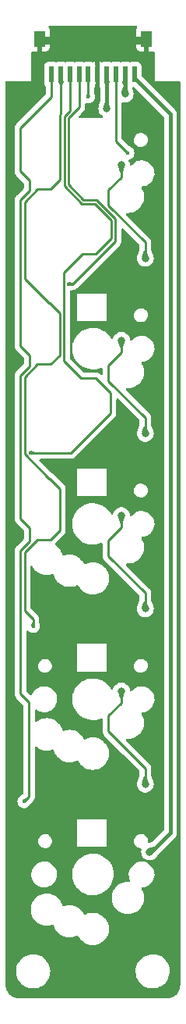
<source format=gtl>
G04 #@! TF.GenerationSoftware,KiCad,Pcbnew,7.0.8*
G04 #@! TF.CreationDate,2023-12-05T05:13:52-08:00*
G04 #@! TF.ProjectId,Seismos_5-Key,53656973-6d6f-4735-9f35-2d4b65792e6b,rev?*
G04 #@! TF.SameCoordinates,Original*
G04 #@! TF.FileFunction,Copper,L1,Top*
G04 #@! TF.FilePolarity,Positive*
%FSLAX46Y46*%
G04 Gerber Fmt 4.6, Leading zero omitted, Abs format (unit mm)*
G04 Created by KiCad (PCBNEW 7.0.8) date 2023-12-05 05:13:52*
%MOMM*%
%LPD*%
G01*
G04 APERTURE LIST*
G04 #@! TA.AperFunction,SMDPad,CuDef*
%ADD10R,0.600000X1.700000*%
G04 #@! TD*
G04 #@! TA.AperFunction,SMDPad,CuDef*
%ADD11R,1.200000X1.800000*%
G04 #@! TD*
G04 #@! TA.AperFunction,ViaPad*
%ADD12C,0.800000*%
G04 #@! TD*
G04 #@! TA.AperFunction,ViaPad*
%ADD13C,0.400000*%
G04 #@! TD*
G04 #@! TA.AperFunction,Conductor*
%ADD14C,0.254000*%
G04 #@! TD*
G04 #@! TA.AperFunction,Conductor*
%ADD15C,0.381000*%
G04 #@! TD*
G04 APERTURE END LIST*
D10*
X51500000Y-30286000D03*
X50500000Y-30286000D03*
X49500000Y-30285000D03*
X48500000Y-30285000D03*
X47500000Y-30285000D03*
X46500000Y-30285000D03*
X45500000Y-30285000D03*
X44500000Y-30285000D03*
X43500000Y-30285000D03*
X42500000Y-30285000D03*
D11*
X52800000Y-26410000D03*
X41200000Y-26410000D03*
D12*
X50100000Y-40100000D03*
X52700000Y-50200000D03*
X41600000Y-107400000D03*
X41600000Y-88400000D03*
X52000000Y-54600000D03*
X45750000Y-26810000D03*
X52000000Y-111600000D03*
X52000000Y-35600000D03*
X52000000Y-73600000D03*
X52000000Y-92600000D03*
X52700000Y-69200000D03*
X50100000Y-59100000D03*
X52700000Y-88200000D03*
X50100000Y-78100000D03*
D13*
X46500000Y-32700000D03*
X44380500Y-53000000D03*
X40200000Y-71300000D03*
X40500000Y-90100000D03*
D12*
X48500000Y-34000000D03*
D13*
X50800000Y-38800000D03*
D12*
X50500000Y-32400000D03*
X53161000Y-114550000D03*
D13*
X39500000Y-109100000D03*
D12*
X50100000Y-97100000D03*
X52700000Y-107200000D03*
D14*
X52700000Y-50200000D02*
X52700000Y-48488657D01*
X52700000Y-48488657D02*
X48700000Y-44488657D01*
X48700000Y-42800000D02*
X50100000Y-41400000D01*
X48700000Y-44488657D02*
X48700000Y-42800000D01*
X50100000Y-41400000D02*
X50100000Y-40100000D01*
D15*
X41200000Y-26810000D02*
X52800000Y-26810000D01*
X47500000Y-30285000D02*
X47500000Y-28560000D01*
X45750000Y-26810000D02*
X47500000Y-28560000D01*
D14*
X48700000Y-61800000D02*
X50100000Y-60400000D01*
X52700000Y-69200000D02*
X52700000Y-67488657D01*
X52700000Y-67488657D02*
X48700000Y-63488657D01*
X50100000Y-60400000D02*
X50100000Y-59100000D01*
X48700000Y-63488657D02*
X48700000Y-61800000D01*
X48700000Y-80800000D02*
X50100000Y-79400000D01*
X52700000Y-88200000D02*
X52700000Y-86488657D01*
X48700000Y-82488657D02*
X48700000Y-80800000D01*
X50100000Y-79400000D02*
X50100000Y-78100000D01*
X52700000Y-86488657D02*
X48700000Y-82488657D01*
X46500000Y-32700000D02*
X46500000Y-30685000D01*
X45988052Y-43846000D02*
X44354000Y-42211948D01*
X49454000Y-48346000D02*
X49454000Y-45884709D01*
X44380500Y-53000000D02*
X44800000Y-53000000D01*
X44800000Y-53000000D02*
X49454000Y-48346000D01*
X44354000Y-34994725D02*
X45500000Y-33848725D01*
X44354000Y-42211948D02*
X44354000Y-34994725D01*
X45500000Y-33848725D02*
X45500000Y-30685000D01*
X47415291Y-43846000D02*
X45988052Y-43846000D01*
X49454000Y-45884709D02*
X47415291Y-43846000D01*
X47300000Y-63200000D02*
X45700000Y-63200000D01*
X48900000Y-67000000D02*
X48900000Y-64800000D01*
X44500000Y-34206673D02*
X44500000Y-30685000D01*
X49000000Y-48000000D02*
X49000000Y-46072761D01*
X47227239Y-44300000D02*
X45800000Y-44300000D01*
X40200000Y-71300000D02*
X44600000Y-71300000D01*
X47300000Y-49700000D02*
X49000000Y-48000000D01*
X45700000Y-63200000D02*
X43854000Y-61354000D01*
X49000000Y-46072761D02*
X47227239Y-44300000D01*
X45900000Y-49700000D02*
X47300000Y-49700000D01*
X43854000Y-61354000D02*
X43854000Y-51746000D01*
X44600000Y-71300000D02*
X48900000Y-67000000D01*
X48900000Y-64800000D02*
X47300000Y-63200000D01*
X43900000Y-42400000D02*
X43900000Y-34806673D01*
X45800000Y-44300000D02*
X43900000Y-42400000D01*
X43854000Y-51746000D02*
X45900000Y-49700000D01*
X43900000Y-34806673D02*
X44500000Y-34206673D01*
X43400000Y-75200000D02*
X42300000Y-74100000D01*
X43400000Y-79700000D02*
X43400000Y-75200000D01*
X42300000Y-55100000D02*
X42254709Y-55100000D01*
X40970186Y-80700000D02*
X42400000Y-80700000D01*
X42300000Y-74100000D02*
X42254709Y-74100000D01*
X43400000Y-56200000D02*
X42300000Y-55100000D01*
X42400000Y-42700000D02*
X40970186Y-42700000D01*
X42400000Y-61700000D02*
X43400000Y-60700000D01*
X39571500Y-71416791D02*
X39571500Y-63098686D01*
X39571500Y-44098686D02*
X39571500Y-52416791D01*
X40970186Y-61700000D02*
X42400000Y-61700000D01*
X43446000Y-34618620D02*
X43446000Y-41654000D01*
X42254709Y-55100000D02*
X39571500Y-52416791D01*
X42254709Y-74100000D02*
X39571500Y-71416791D01*
X39571500Y-82098686D02*
X40970186Y-80700000D01*
X43500000Y-34564620D02*
X43446000Y-34618620D01*
X40500000Y-89350000D02*
X39571500Y-88421500D01*
X40970186Y-42700000D02*
X39571500Y-44098686D01*
X43400000Y-60700000D02*
X43400000Y-56200000D01*
X43446000Y-41654000D02*
X42400000Y-42700000D01*
X42400000Y-80700000D02*
X43400000Y-79700000D01*
X39571500Y-63098686D02*
X40970186Y-61700000D01*
X40500000Y-90100000D02*
X40500000Y-89350000D01*
X39571500Y-88421500D02*
X39571500Y-82098686D01*
X43500000Y-30685000D02*
X43500000Y-34564620D01*
D15*
X48500000Y-34000000D02*
X48500000Y-30285000D01*
D14*
X50800000Y-38800000D02*
X49500000Y-37500000D01*
X49500000Y-37500000D02*
X49500000Y-30685000D01*
D15*
X50500000Y-30286000D02*
X50500000Y-32400000D01*
X55425000Y-34611000D02*
X51500000Y-30686000D01*
X53161000Y-114550000D02*
X53350000Y-114550000D01*
X55425000Y-112475000D02*
X55425000Y-34611000D01*
X53350000Y-114550000D02*
X55425000Y-112475000D01*
D14*
X40127000Y-79409500D02*
X39117500Y-78400000D01*
X40127000Y-42901134D02*
X40127000Y-41795144D01*
X39117500Y-81910634D02*
X40127000Y-80901134D01*
X40127000Y-80901134D02*
X40127000Y-79409500D01*
X39117500Y-43900000D02*
X39128134Y-43900000D01*
X40127000Y-41795144D02*
X39117500Y-40785644D01*
X39117500Y-36100000D02*
X42500000Y-32717500D01*
X39117500Y-62910634D02*
X40127000Y-61901134D01*
X39117500Y-78400000D02*
X39117500Y-62910634D01*
X40053500Y-98336000D02*
X39117500Y-97400000D01*
X40127000Y-61901134D02*
X40127000Y-60709500D01*
X39117500Y-59700000D02*
X39117500Y-43900000D01*
X42500000Y-32717500D02*
X42500000Y-30685000D01*
X39117500Y-97400000D02*
X39117500Y-81910634D01*
X40053500Y-108546500D02*
X40053500Y-98336000D01*
X39128134Y-43900000D02*
X40127000Y-42901134D01*
X39117500Y-40785644D02*
X39117500Y-36100000D01*
X39500000Y-109100000D02*
X40053500Y-108546500D01*
X40127000Y-60709500D02*
X39117500Y-59700000D01*
X52700000Y-105488657D02*
X48700000Y-101488657D01*
X48700000Y-101488657D02*
X48700000Y-99800000D01*
X48700000Y-99800000D02*
X50100000Y-98400000D01*
X50100000Y-98400000D02*
X50100000Y-97100000D01*
X52700000Y-107200000D02*
X52700000Y-105488657D01*
G04 #@! TA.AperFunction,Conductor*
G36*
X50614985Y-38432903D02*
G01*
X50878366Y-38614987D01*
X50929939Y-38650641D01*
X50934796Y-38658164D01*
X50932910Y-38666918D01*
X50931600Y-38668497D01*
X50800707Y-38800707D01*
X50668497Y-38931600D01*
X50660206Y-38934986D01*
X50651951Y-38931518D01*
X50650641Y-38929939D01*
X50561299Y-38800707D01*
X50432903Y-38614985D01*
X50431018Y-38606233D01*
X50434253Y-38600063D01*
X50600062Y-38434254D01*
X50608334Y-38430828D01*
X50614985Y-38432903D01*
G37*
G04 #@! TD.AperFunction*
G04 #@! TA.AperFunction,Conductor*
G36*
X44394220Y-52802504D02*
G01*
X44770901Y-52871248D01*
X44778424Y-52876105D01*
X44780500Y-52882758D01*
X44780500Y-53117241D01*
X44777073Y-53125514D01*
X44770901Y-53128751D01*
X44394231Y-53197494D01*
X44385477Y-53195608D01*
X44380620Y-53188085D01*
X44380430Y-53186043D01*
X44380127Y-53125514D01*
X44379500Y-53000000D01*
X44380430Y-52813955D01*
X44383898Y-52805701D01*
X44392189Y-52802315D01*
X44394220Y-52802504D01*
G37*
G04 #@! TD.AperFunction*
G04 #@! TA.AperFunction,Conductor*
G36*
X50689871Y-31603427D02*
G01*
X50692874Y-31608579D01*
X50866798Y-32236979D01*
X50865702Y-32245867D01*
X50860024Y-32250899D01*
X50504502Y-32399123D01*
X50495548Y-32399144D01*
X50495498Y-32399123D01*
X50139975Y-32250899D01*
X50133657Y-32244552D01*
X50133201Y-32236979D01*
X50307126Y-31608579D01*
X50312635Y-31601520D01*
X50318402Y-31600000D01*
X50681598Y-31600000D01*
X50689871Y-31603427D01*
G37*
G04 #@! TD.AperFunction*
G04 #@! TA.AperFunction,Conductor*
G36*
X53669770Y-113965828D02*
G01*
X53672777Y-113968003D01*
X53929589Y-114224815D01*
X53933016Y-114233088D01*
X53930357Y-114240514D01*
X53452012Y-114822896D01*
X53444113Y-114827114D01*
X53435545Y-114824511D01*
X53434719Y-114823764D01*
X53161964Y-114552369D01*
X53159396Y-114548527D01*
X53029272Y-114232317D01*
X53012711Y-114192073D01*
X53012732Y-114183120D01*
X53019079Y-114176802D01*
X53019840Y-114176519D01*
X53660843Y-113965164D01*
X53669770Y-113965828D01*
G37*
G04 #@! TD.AperFunction*
G04 #@! TA.AperFunction,Conductor*
G36*
X52827165Y-106403427D02*
G01*
X52829847Y-106407593D01*
X53065591Y-107036362D01*
X53065287Y-107045311D01*
X53059138Y-107051268D01*
X52704502Y-107199123D01*
X52695548Y-107199144D01*
X52695498Y-107199123D01*
X52340861Y-107051268D01*
X52334543Y-107044921D01*
X52334408Y-107036364D01*
X52570153Y-106407592D01*
X52576266Y-106401049D01*
X52581108Y-106400000D01*
X52818892Y-106400000D01*
X52827165Y-106403427D01*
G37*
G04 #@! TD.AperFunction*
G04 #@! TA.AperFunction,Conductor*
G36*
X40625515Y-89703427D02*
G01*
X40628752Y-89709599D01*
X40697494Y-90086268D01*
X40695608Y-90095022D01*
X40688085Y-90099879D01*
X40686043Y-90100069D01*
X40500000Y-90101000D01*
X40313956Y-90100069D01*
X40305701Y-90096601D01*
X40302315Y-90088310D01*
X40302503Y-90086280D01*
X40371248Y-89709598D01*
X40376105Y-89702076D01*
X40382758Y-89700000D01*
X40617242Y-89700000D01*
X40625515Y-89703427D01*
G37*
G04 #@! TD.AperFunction*
G04 #@! TA.AperFunction,Conductor*
G36*
X48510553Y-30314137D02*
G01*
X48511034Y-30315299D01*
X48798604Y-31131040D01*
X48798561Y-31138942D01*
X48693306Y-31427312D01*
X48687250Y-31433908D01*
X48682315Y-31435000D01*
X48317685Y-31435000D01*
X48309412Y-31431573D01*
X48306694Y-31427312D01*
X48293398Y-31390886D01*
X48201437Y-31138939D01*
X48201395Y-31131042D01*
X48488966Y-30315298D01*
X48494948Y-30308636D01*
X48503890Y-30308155D01*
X48510553Y-30314137D01*
G37*
G04 #@! TD.AperFunction*
G04 #@! TA.AperFunction,Conductor*
G36*
X50459138Y-97248731D02*
G01*
X50465456Y-97255078D01*
X50465591Y-97263637D01*
X50229847Y-97892407D01*
X50223734Y-97898951D01*
X50218892Y-97900000D01*
X49981108Y-97900000D01*
X49972835Y-97896573D01*
X49970153Y-97892407D01*
X49734408Y-97263635D01*
X49734712Y-97254688D01*
X49740859Y-97248732D01*
X50095500Y-97100875D01*
X50104449Y-97100855D01*
X50459138Y-97248731D01*
G37*
G04 #@! TD.AperFunction*
G04 #@! TA.AperFunction,Conductor*
G36*
X39699938Y-108734255D02*
G01*
X39865744Y-108900061D01*
X39869171Y-108908334D01*
X39867095Y-108914987D01*
X39649358Y-109229939D01*
X39641835Y-109234796D01*
X39633081Y-109232910D01*
X39631502Y-109231600D01*
X39499293Y-109100707D01*
X39368399Y-108968497D01*
X39365013Y-108960206D01*
X39368481Y-108951951D01*
X39370054Y-108950645D01*
X39685014Y-108732903D01*
X39693766Y-108731018D01*
X39699938Y-108734255D01*
G37*
G04 #@! TD.AperFunction*
G04 #@! TA.AperFunction,Conductor*
G36*
X46625515Y-32303427D02*
G01*
X46628752Y-32309599D01*
X46697494Y-32686268D01*
X46695608Y-32695022D01*
X46688085Y-32699879D01*
X46686043Y-32700069D01*
X46500000Y-32701000D01*
X46313956Y-32700069D01*
X46305701Y-32696601D01*
X46302315Y-32688310D01*
X46302503Y-32686280D01*
X46371248Y-32309598D01*
X46376105Y-32302076D01*
X46382758Y-32300000D01*
X46617242Y-32300000D01*
X46625515Y-32303427D01*
G37*
G04 #@! TD.AperFunction*
G04 #@! TA.AperFunction,Conductor*
G36*
X43510553Y-30314137D02*
G01*
X43511034Y-30315299D01*
X43798211Y-31129925D01*
X43797730Y-31138867D01*
X43797315Y-31139654D01*
X43630375Y-31429145D01*
X43623275Y-31434600D01*
X43620241Y-31435000D01*
X43379759Y-31435000D01*
X43371486Y-31431573D01*
X43369624Y-31429145D01*
X43202687Y-31139660D01*
X43201522Y-31130781D01*
X43201780Y-31129950D01*
X43488966Y-30315298D01*
X43494948Y-30308636D01*
X43503890Y-30308155D01*
X43510553Y-30314137D01*
G37*
G04 #@! TD.AperFunction*
G04 #@! TA.AperFunction,Conductor*
G36*
X52827165Y-68403427D02*
G01*
X52829847Y-68407593D01*
X53065591Y-69036362D01*
X53065287Y-69045311D01*
X53059138Y-69051268D01*
X52704502Y-69199123D01*
X52695548Y-69199144D01*
X52695498Y-69199123D01*
X52340861Y-69051268D01*
X52334543Y-69044921D01*
X52334408Y-69036364D01*
X52570153Y-68407592D01*
X52576266Y-68401049D01*
X52581108Y-68400000D01*
X52818892Y-68400000D01*
X52827165Y-68403427D01*
G37*
G04 #@! TD.AperFunction*
G04 #@! TA.AperFunction,Conductor*
G36*
X52827165Y-87403427D02*
G01*
X52829847Y-87407593D01*
X53065591Y-88036362D01*
X53065287Y-88045311D01*
X53059138Y-88051268D01*
X52704502Y-88199123D01*
X52695548Y-88199144D01*
X52695498Y-88199123D01*
X52340861Y-88051268D01*
X52334543Y-88044921D01*
X52334408Y-88036364D01*
X52570153Y-87407592D01*
X52576266Y-87401049D01*
X52581108Y-87400000D01*
X52818892Y-87400000D01*
X52827165Y-87403427D01*
G37*
G04 #@! TD.AperFunction*
G04 #@! TA.AperFunction,Conductor*
G36*
X52827165Y-49403427D02*
G01*
X52829847Y-49407593D01*
X53065591Y-50036362D01*
X53065287Y-50045311D01*
X53059138Y-50051268D01*
X52704502Y-50199123D01*
X52695548Y-50199144D01*
X52695498Y-50199123D01*
X52340861Y-50051268D01*
X52334543Y-50044921D01*
X52334408Y-50036364D01*
X52570153Y-49407592D01*
X52576266Y-49401049D01*
X52581108Y-49400000D01*
X52818892Y-49400000D01*
X52827165Y-49403427D01*
G37*
G04 #@! TD.AperFunction*
G04 #@! TA.AperFunction,Conductor*
G36*
X50459138Y-40248731D02*
G01*
X50465456Y-40255078D01*
X50465591Y-40263637D01*
X50229847Y-40892407D01*
X50223734Y-40898951D01*
X50218892Y-40900000D01*
X49981108Y-40900000D01*
X49972835Y-40896573D01*
X49970153Y-40892407D01*
X49734408Y-40263635D01*
X49734712Y-40254688D01*
X49740859Y-40248732D01*
X50095500Y-40100875D01*
X50104449Y-40100855D01*
X50459138Y-40248731D01*
G37*
G04 #@! TD.AperFunction*
G04 #@! TA.AperFunction,Conductor*
G36*
X48689871Y-33203427D02*
G01*
X48692874Y-33208579D01*
X48866798Y-33836979D01*
X48865702Y-33845867D01*
X48860024Y-33850899D01*
X48504502Y-33999123D01*
X48495548Y-33999144D01*
X48495498Y-33999123D01*
X48139975Y-33850899D01*
X48133657Y-33844552D01*
X48133201Y-33836979D01*
X48307126Y-33208579D01*
X48312635Y-33201520D01*
X48318402Y-33200000D01*
X48681598Y-33200000D01*
X48689871Y-33203427D01*
G37*
G04 #@! TD.AperFunction*
G04 #@! TA.AperFunction,Conductor*
G36*
X40213720Y-71102504D02*
G01*
X40590401Y-71171248D01*
X40597924Y-71176105D01*
X40600000Y-71182758D01*
X40600000Y-71417241D01*
X40596573Y-71425514D01*
X40590401Y-71428751D01*
X40213731Y-71497494D01*
X40204977Y-71495608D01*
X40200120Y-71488085D01*
X40199930Y-71486043D01*
X40199627Y-71425514D01*
X40199000Y-71300000D01*
X40199930Y-71113955D01*
X40203398Y-71105701D01*
X40211689Y-71102315D01*
X40213720Y-71102504D01*
G37*
G04 #@! TD.AperFunction*
G04 #@! TA.AperFunction,Conductor*
G36*
X50459138Y-59248731D02*
G01*
X50465456Y-59255078D01*
X50465591Y-59263637D01*
X50229847Y-59892407D01*
X50223734Y-59898951D01*
X50218892Y-59900000D01*
X49981108Y-59900000D01*
X49972835Y-59896573D01*
X49970153Y-59892407D01*
X49734408Y-59263635D01*
X49734712Y-59254688D01*
X49740859Y-59248732D01*
X50095500Y-59100875D01*
X50104449Y-59100855D01*
X50459138Y-59248731D01*
G37*
G04 #@! TD.AperFunction*
G04 #@! TA.AperFunction,Conductor*
G36*
X50510553Y-30315137D02*
G01*
X50511034Y-30316299D01*
X50798604Y-31132040D01*
X50798561Y-31139942D01*
X50693306Y-31428312D01*
X50687250Y-31434908D01*
X50682315Y-31436000D01*
X50317685Y-31436000D01*
X50309412Y-31432573D01*
X50306694Y-31428312D01*
X50293398Y-31391886D01*
X50201437Y-31139939D01*
X50201395Y-31132042D01*
X50488966Y-30316298D01*
X50494948Y-30309636D01*
X50503890Y-30309155D01*
X50510553Y-30315137D01*
G37*
G04 #@! TD.AperFunction*
G04 #@! TA.AperFunction,Conductor*
G36*
X50459138Y-78248731D02*
G01*
X50465456Y-78255078D01*
X50465591Y-78263637D01*
X50229847Y-78892407D01*
X50223734Y-78898951D01*
X50218892Y-78900000D01*
X49981108Y-78900000D01*
X49972835Y-78896573D01*
X49970153Y-78892407D01*
X49734408Y-78263635D01*
X49734712Y-78254688D01*
X49740859Y-78248732D01*
X50095500Y-78100875D01*
X50104449Y-78100855D01*
X50459138Y-78248731D01*
G37*
G04 #@! TD.AperFunction*
G04 #@! TA.AperFunction,Conductor*
G36*
X51776148Y-25020185D02*
G01*
X51821903Y-25072989D01*
X51831847Y-25142147D01*
X51808375Y-25198812D01*
X51756647Y-25267910D01*
X51756645Y-25267913D01*
X51706403Y-25402620D01*
X51706401Y-25402627D01*
X51700000Y-25462155D01*
X51700000Y-26160000D01*
X52926000Y-26160000D01*
X52993039Y-26179685D01*
X53038794Y-26232489D01*
X53050000Y-26284000D01*
X53050000Y-27810000D01*
X53447828Y-27810000D01*
X53447844Y-27809999D01*
X53507372Y-27803598D01*
X53507377Y-27803597D01*
X53532164Y-27794352D01*
X53601856Y-27789366D01*
X53663180Y-27822850D01*
X53696666Y-27884173D01*
X53699500Y-27910533D01*
X53699500Y-30975467D01*
X53699416Y-30975889D01*
X53699459Y-31000001D01*
X53699500Y-31000099D01*
X53699616Y-31000382D01*
X53699618Y-31000384D01*
X53699808Y-31000462D01*
X53700000Y-31000541D01*
X53700002Y-31000539D01*
X53724616Y-31000524D01*
X53724616Y-31000528D01*
X53724760Y-31000500D01*
X56375500Y-31000500D01*
X56442539Y-31020185D01*
X56488294Y-31072989D01*
X56499500Y-31124500D01*
X56499500Y-128937122D01*
X56499342Y-128941548D01*
X56494517Y-129008987D01*
X56482945Y-129155967D01*
X56481718Y-129164290D01*
X56461099Y-129259073D01*
X56433131Y-129375560D01*
X56430933Y-129382759D01*
X56395006Y-129479080D01*
X56351051Y-129585197D01*
X56348185Y-129591188D01*
X56298450Y-129682271D01*
X56296898Y-129684952D01*
X56238513Y-129780230D01*
X56235281Y-129784993D01*
X56172564Y-129868775D01*
X56170075Y-129871886D01*
X56097993Y-129956286D01*
X56094687Y-129959862D01*
X56020501Y-130034050D01*
X56016926Y-130037355D01*
X55932543Y-130109431D01*
X55929431Y-130111920D01*
X55845632Y-130174654D01*
X55840870Y-130177886D01*
X55745620Y-130236259D01*
X55742939Y-130237811D01*
X55651838Y-130287561D01*
X55645847Y-130290428D01*
X55539746Y-130334381D01*
X55443408Y-130370318D01*
X55436210Y-130372516D01*
X55339365Y-130395772D01*
X55319723Y-130400489D01*
X55224989Y-130421101D01*
X55216651Y-130422330D01*
X55063554Y-130434350D01*
X55038188Y-130436166D01*
X55003033Y-130438682D01*
X54998625Y-130438840D01*
X39002215Y-130438840D01*
X38997791Y-130438682D01*
X38930376Y-130433860D01*
X38783366Y-130422289D01*
X38775042Y-130421061D01*
X38680276Y-130400446D01*
X38563788Y-130372479D01*
X38556588Y-130370281D01*
X38460277Y-130334358D01*
X38354150Y-130290397D01*
X38348158Y-130287530D01*
X38257078Y-130237795D01*
X38254396Y-130236242D01*
X38159135Y-130177864D01*
X38154372Y-130174632D01*
X38070577Y-130111902D01*
X38067485Y-130109429D01*
X38021215Y-130069909D01*
X37983093Y-130037348D01*
X37979517Y-130034043D01*
X37905323Y-129959847D01*
X37902017Y-129956270D01*
X37829935Y-129871868D01*
X37827446Y-129868757D01*
X37806555Y-129840849D01*
X37764730Y-129784973D01*
X37761524Y-129780251D01*
X37703109Y-129684920D01*
X37701568Y-129682258D01*
X37651845Y-129591191D01*
X37648979Y-129585200D01*
X37605022Y-129479071D01*
X37569098Y-129382746D01*
X37566900Y-129375546D01*
X37543192Y-129276782D01*
X37538949Y-129259105D01*
X37518318Y-129164253D01*
X37517095Y-129155964D01*
X37505945Y-129014679D01*
X37500658Y-128940708D01*
X37500500Y-128936286D01*
X37500500Y-127567763D01*
X38645787Y-127567763D01*
X38675413Y-127837013D01*
X38675415Y-127837024D01*
X38743926Y-128099082D01*
X38743928Y-128099088D01*
X38849870Y-128348390D01*
X38921998Y-128466575D01*
X38990979Y-128579605D01*
X38990986Y-128579615D01*
X39164253Y-128787819D01*
X39164259Y-128787824D01*
X39365998Y-128968582D01*
X39591910Y-129118044D01*
X39837176Y-129233020D01*
X39837183Y-129233022D01*
X39837185Y-129233023D01*
X40096557Y-129311057D01*
X40096564Y-129311058D01*
X40096569Y-129311060D01*
X40364561Y-129350500D01*
X40364566Y-129350500D01*
X40567636Y-129350500D01*
X40619133Y-129346730D01*
X40770156Y-129335677D01*
X40882758Y-129310593D01*
X41034546Y-129276782D01*
X41034548Y-129276781D01*
X41034553Y-129276780D01*
X41287558Y-129180014D01*
X41523777Y-129047441D01*
X41738177Y-128881888D01*
X41926186Y-128686881D01*
X42083799Y-128466579D01*
X42157787Y-128322669D01*
X42207649Y-128225690D01*
X42207651Y-128225684D01*
X42207656Y-128225675D01*
X42295118Y-127969305D01*
X42344319Y-127702933D01*
X42349259Y-127567763D01*
X51645787Y-127567763D01*
X51675413Y-127837013D01*
X51675415Y-127837024D01*
X51743926Y-128099082D01*
X51743928Y-128099088D01*
X51849870Y-128348390D01*
X51921998Y-128466575D01*
X51990979Y-128579605D01*
X51990986Y-128579615D01*
X52164253Y-128787819D01*
X52164259Y-128787824D01*
X52365998Y-128968582D01*
X52591910Y-129118044D01*
X52837176Y-129233020D01*
X52837183Y-129233022D01*
X52837185Y-129233023D01*
X53096557Y-129311057D01*
X53096564Y-129311058D01*
X53096569Y-129311060D01*
X53364561Y-129350500D01*
X53364566Y-129350500D01*
X53567636Y-129350500D01*
X53619133Y-129346730D01*
X53770156Y-129335677D01*
X53882758Y-129310593D01*
X54034546Y-129276782D01*
X54034548Y-129276781D01*
X54034553Y-129276780D01*
X54287558Y-129180014D01*
X54523777Y-129047441D01*
X54738177Y-128881888D01*
X54926186Y-128686881D01*
X55083799Y-128466579D01*
X55157787Y-128322669D01*
X55207649Y-128225690D01*
X55207651Y-128225684D01*
X55207656Y-128225675D01*
X55295118Y-127969305D01*
X55344319Y-127702933D01*
X55354212Y-127432235D01*
X55324586Y-127162982D01*
X55256072Y-126900912D01*
X55150130Y-126651610D01*
X55009018Y-126420390D01*
X54919747Y-126313119D01*
X54835746Y-126212180D01*
X54835740Y-126212175D01*
X54634002Y-126031418D01*
X54408092Y-125881957D01*
X54408090Y-125881956D01*
X54162824Y-125766980D01*
X54162819Y-125766978D01*
X54162814Y-125766976D01*
X53903442Y-125688942D01*
X53903428Y-125688939D01*
X53787791Y-125671921D01*
X53635439Y-125649500D01*
X53432369Y-125649500D01*
X53432364Y-125649500D01*
X53229844Y-125664323D01*
X53229831Y-125664325D01*
X52965453Y-125723217D01*
X52965446Y-125723220D01*
X52712439Y-125819987D01*
X52476226Y-125952557D01*
X52261822Y-126118112D01*
X52073822Y-126313109D01*
X52073816Y-126313116D01*
X51916202Y-126533419D01*
X51916199Y-126533424D01*
X51792350Y-126774309D01*
X51792343Y-126774327D01*
X51704884Y-127030685D01*
X51704881Y-127030699D01*
X51655681Y-127297068D01*
X51655680Y-127297075D01*
X51645787Y-127567763D01*
X42349259Y-127567763D01*
X42354212Y-127432235D01*
X42324586Y-127162982D01*
X42256072Y-126900912D01*
X42150130Y-126651610D01*
X42009018Y-126420390D01*
X41919747Y-126313119D01*
X41835746Y-126212180D01*
X41835740Y-126212175D01*
X41634002Y-126031418D01*
X41408092Y-125881957D01*
X41408090Y-125881956D01*
X41162824Y-125766980D01*
X41162819Y-125766978D01*
X41162814Y-125766976D01*
X40903442Y-125688942D01*
X40903428Y-125688939D01*
X40787791Y-125671921D01*
X40635439Y-125649500D01*
X40432369Y-125649500D01*
X40432364Y-125649500D01*
X40229844Y-125664323D01*
X40229831Y-125664325D01*
X39965453Y-125723217D01*
X39965446Y-125723220D01*
X39712439Y-125819987D01*
X39476226Y-125952557D01*
X39261822Y-126118112D01*
X39073822Y-126313109D01*
X39073816Y-126313116D01*
X38916202Y-126533419D01*
X38916199Y-126533424D01*
X38792350Y-126774309D01*
X38792343Y-126774327D01*
X38704884Y-127030685D01*
X38704881Y-127030699D01*
X38655681Y-127297068D01*
X38655680Y-127297075D01*
X38645787Y-127567763D01*
X37500500Y-127567763D01*
X37500500Y-120931187D01*
X40249500Y-120931187D01*
X40269794Y-121065823D01*
X40288604Y-121190615D01*
X40288605Y-121190617D01*
X40288606Y-121190623D01*
X40365938Y-121441326D01*
X40479767Y-121677696D01*
X40479768Y-121677697D01*
X40479770Y-121677700D01*
X40479772Y-121677704D01*
X40627567Y-121894479D01*
X40806014Y-122086801D01*
X40806018Y-122086804D01*
X40806019Y-122086805D01*
X41011143Y-122250386D01*
X41238357Y-122381568D01*
X41482584Y-122477420D01*
X41738370Y-122535802D01*
X41738376Y-122535802D01*
X41738379Y-122535803D01*
X41934500Y-122550500D01*
X41934506Y-122550500D01*
X42065500Y-122550500D01*
X42261620Y-122535803D01*
X42261622Y-122535802D01*
X42261630Y-122535802D01*
X42517416Y-122477420D01*
X42601111Y-122444571D01*
X42670705Y-122438403D01*
X42732588Y-122470840D01*
X42764900Y-122523448D01*
X42825937Y-122721323D01*
X42825938Y-122721326D01*
X42939767Y-122957696D01*
X42939768Y-122957697D01*
X42939770Y-122957700D01*
X42939772Y-122957704D01*
X42989869Y-123031182D01*
X43087567Y-123174479D01*
X43266014Y-123366801D01*
X43266018Y-123366804D01*
X43266019Y-123366805D01*
X43471143Y-123530386D01*
X43698357Y-123661568D01*
X43942584Y-123757420D01*
X44198370Y-123815802D01*
X44198376Y-123815802D01*
X44198379Y-123815803D01*
X44394500Y-123830500D01*
X44394506Y-123830500D01*
X44525500Y-123830500D01*
X44721620Y-123815803D01*
X44721622Y-123815802D01*
X44721630Y-123815802D01*
X44977416Y-123757420D01*
X45221643Y-123661568D01*
X45221646Y-123661566D01*
X45221647Y-123661566D01*
X45264118Y-123637045D01*
X45332018Y-123620571D01*
X45398045Y-123643423D01*
X45437839Y-123690630D01*
X45479767Y-123777695D01*
X45479768Y-123777697D01*
X45479770Y-123777700D01*
X45479772Y-123777704D01*
X45505747Y-123815802D01*
X45627567Y-123994479D01*
X45806014Y-124186801D01*
X45806018Y-124186804D01*
X45806019Y-124186805D01*
X46011143Y-124350386D01*
X46238357Y-124481568D01*
X46482584Y-124577420D01*
X46738370Y-124635802D01*
X46738376Y-124635802D01*
X46738379Y-124635803D01*
X46934500Y-124650500D01*
X46934506Y-124650500D01*
X47065500Y-124650500D01*
X47261620Y-124635803D01*
X47261622Y-124635802D01*
X47261630Y-124635802D01*
X47517416Y-124577420D01*
X47761643Y-124481568D01*
X47988857Y-124350386D01*
X48193981Y-124186805D01*
X48372433Y-123994479D01*
X48520228Y-123777704D01*
X48634063Y-123541323D01*
X48711396Y-123290615D01*
X48750500Y-123031182D01*
X48750500Y-122768818D01*
X48711396Y-122509385D01*
X48634063Y-122258677D01*
X48551292Y-122086801D01*
X48520232Y-122022303D01*
X48520231Y-122022302D01*
X48520230Y-122022301D01*
X48520228Y-122022296D01*
X48372433Y-121805521D01*
X48362441Y-121794753D01*
X48193985Y-121613198D01*
X48154533Y-121581736D01*
X47988857Y-121449614D01*
X47761643Y-121318432D01*
X47517416Y-121222580D01*
X47517411Y-121222578D01*
X47517402Y-121222576D01*
X47299818Y-121172914D01*
X47261630Y-121164198D01*
X47261629Y-121164197D01*
X47261625Y-121164197D01*
X47261620Y-121164196D01*
X47065500Y-121149500D01*
X47065494Y-121149500D01*
X46934506Y-121149500D01*
X46934500Y-121149500D01*
X46738379Y-121164196D01*
X46738374Y-121164197D01*
X46482597Y-121222576D01*
X46482578Y-121222582D01*
X46238363Y-121318429D01*
X46238357Y-121318432D01*
X46195877Y-121342957D01*
X46127977Y-121359427D01*
X46061951Y-121336574D01*
X46022160Y-121289369D01*
X45980232Y-121202303D01*
X45980231Y-121202302D01*
X45980230Y-121202301D01*
X45980228Y-121202296D01*
X45832433Y-120985521D01*
X45782014Y-120931182D01*
X45653985Y-120793198D01*
X45498017Y-120668818D01*
X45448857Y-120629614D01*
X45221643Y-120498432D01*
X44977416Y-120402580D01*
X44977411Y-120402578D01*
X44977402Y-120402576D01*
X44759818Y-120352914D01*
X44721630Y-120344198D01*
X44721629Y-120344197D01*
X44721625Y-120344197D01*
X44721620Y-120344196D01*
X44525500Y-120329500D01*
X44525494Y-120329500D01*
X44394506Y-120329500D01*
X44394500Y-120329500D01*
X44198379Y-120344196D01*
X44198374Y-120344197D01*
X43942585Y-120402579D01*
X43858890Y-120435426D01*
X43789293Y-120441593D01*
X43727410Y-120409155D01*
X43695098Y-120356547D01*
X43641048Y-120181323D01*
X43634063Y-120158677D01*
X43622121Y-120133880D01*
X43520232Y-119922303D01*
X43520231Y-119922302D01*
X43520230Y-119922301D01*
X43520228Y-119922296D01*
X43372433Y-119705521D01*
X43340576Y-119671187D01*
X49059500Y-119671187D01*
X49079794Y-119805823D01*
X49098604Y-119930615D01*
X49098605Y-119930617D01*
X49098606Y-119930623D01*
X49175938Y-120181326D01*
X49289767Y-120417696D01*
X49289768Y-120417697D01*
X49289770Y-120417700D01*
X49289772Y-120417704D01*
X49338126Y-120488626D01*
X49437567Y-120634479D01*
X49616014Y-120826801D01*
X49616018Y-120826804D01*
X49616019Y-120826805D01*
X49821143Y-120990386D01*
X50048357Y-121121568D01*
X50292584Y-121217420D01*
X50548370Y-121275802D01*
X50548376Y-121275802D01*
X50548379Y-121275803D01*
X50744500Y-121290500D01*
X50744506Y-121290500D01*
X50875500Y-121290500D01*
X51071620Y-121275803D01*
X51071622Y-121275802D01*
X51071630Y-121275802D01*
X51327416Y-121217420D01*
X51571643Y-121121568D01*
X51798857Y-120990386D01*
X52003981Y-120826805D01*
X52035167Y-120793195D01*
X52043945Y-120783733D01*
X52182433Y-120634479D01*
X52330228Y-120417704D01*
X52444063Y-120181323D01*
X52521396Y-119930615D01*
X52560500Y-119671182D01*
X52560500Y-119408818D01*
X52521396Y-119149385D01*
X52444063Y-118898677D01*
X52382165Y-118770144D01*
X52330232Y-118662303D01*
X52330225Y-118662292D01*
X52282720Y-118592615D01*
X52261219Y-118526136D01*
X52279073Y-118458586D01*
X52330613Y-118411411D01*
X52374657Y-118399210D01*
X52537536Y-118385347D01*
X52537539Y-118385346D01*
X52537541Y-118385346D01*
X52768249Y-118325275D01*
X52927707Y-118253195D01*
X52985480Y-118227080D01*
X52985481Y-118227078D01*
X52985486Y-118227077D01*
X53183003Y-118093579D01*
X53355118Y-117928621D01*
X53496879Y-117736947D01*
X53604207Y-117524074D01*
X53674016Y-117296123D01*
X53704298Y-117059654D01*
X53694180Y-116821468D01*
X53683999Y-116774230D01*
X53643954Y-116588419D01*
X53555064Y-116367211D01*
X53555064Y-116367210D01*
X53430069Y-116164205D01*
X53272564Y-115985245D01*
X53087080Y-115835477D01*
X52973130Y-115771820D01*
X52878955Y-115719210D01*
X52654170Y-115639788D01*
X52419209Y-115599500D01*
X52419200Y-115599500D01*
X52240503Y-115599500D01*
X52240498Y-115599500D01*
X52062463Y-115614652D01*
X51831751Y-115674724D01*
X51614519Y-115772919D01*
X51614511Y-115772924D01*
X51417006Y-115906413D01*
X51416997Y-115906421D01*
X51244881Y-116071379D01*
X51103123Y-116263050D01*
X51103120Y-116263054D01*
X50995796Y-116475920D01*
X50995793Y-116475926D01*
X50925983Y-116703878D01*
X50895702Y-116940346D01*
X50905819Y-117178528D01*
X50905819Y-117178532D01*
X50956046Y-117411582D01*
X50956046Y-117411583D01*
X51040876Y-117622689D01*
X51047607Y-117692233D01*
X51015671Y-117754377D01*
X50955207Y-117789390D01*
X50916552Y-117792576D01*
X50875500Y-117789500D01*
X50875494Y-117789500D01*
X50744506Y-117789500D01*
X50744500Y-117789500D01*
X50548379Y-117804196D01*
X50548374Y-117804197D01*
X50292597Y-117862576D01*
X50292578Y-117862582D01*
X50048356Y-117958432D01*
X49821143Y-118089614D01*
X49616014Y-118253198D01*
X49437567Y-118445520D01*
X49289768Y-118662302D01*
X49289767Y-118662303D01*
X49175938Y-118898673D01*
X49098606Y-119149376D01*
X49098605Y-119149381D01*
X49098604Y-119149385D01*
X49088197Y-119218432D01*
X49059500Y-119408812D01*
X49059500Y-119671187D01*
X43340576Y-119671187D01*
X43340571Y-119671182D01*
X43193985Y-119513198D01*
X43063095Y-119408817D01*
X42988857Y-119349614D01*
X42761643Y-119218432D01*
X42517416Y-119122580D01*
X42517411Y-119122578D01*
X42517402Y-119122576D01*
X42299818Y-119072914D01*
X42261630Y-119064198D01*
X42261629Y-119064197D01*
X42261625Y-119064197D01*
X42261620Y-119064196D01*
X42065500Y-119049500D01*
X42065494Y-119049500D01*
X41934506Y-119049500D01*
X41934500Y-119049500D01*
X41738379Y-119064196D01*
X41738374Y-119064197D01*
X41482597Y-119122576D01*
X41482578Y-119122582D01*
X41238356Y-119218432D01*
X41011143Y-119349614D01*
X40806014Y-119513198D01*
X40627567Y-119705520D01*
X40479768Y-119922302D01*
X40479767Y-119922303D01*
X40365938Y-120158673D01*
X40288606Y-120409376D01*
X40288605Y-120409381D01*
X40288604Y-120409385D01*
X40276660Y-120488626D01*
X40249500Y-120668812D01*
X40249500Y-120931187D01*
X37500500Y-120931187D01*
X37500500Y-116940346D01*
X40295702Y-116940346D01*
X40305819Y-117178528D01*
X40305819Y-117178532D01*
X40356045Y-117411580D01*
X40440877Y-117622689D01*
X40444936Y-117632790D01*
X40569931Y-117835795D01*
X40727436Y-118014755D01*
X40912920Y-118164523D01*
X41121046Y-118280790D01*
X41246951Y-118325275D01*
X41345829Y-118360211D01*
X41580790Y-118400499D01*
X41580798Y-118400499D01*
X41580800Y-118400500D01*
X41580801Y-118400500D01*
X41759502Y-118400500D01*
X41937536Y-118385347D01*
X41937539Y-118385346D01*
X41937541Y-118385346D01*
X42168249Y-118325275D01*
X42327707Y-118253195D01*
X42385480Y-118227080D01*
X42385481Y-118227078D01*
X42385486Y-118227077D01*
X42583003Y-118093579D01*
X42755118Y-117928621D01*
X42896879Y-117736947D01*
X43004207Y-117524074D01*
X43074016Y-117296123D01*
X43102285Y-117075373D01*
X44745723Y-117075373D01*
X44775881Y-117375160D01*
X44775882Y-117375162D01*
X44845728Y-117668252D01*
X44845733Y-117668266D01*
X44954020Y-117949427D01*
X44954024Y-117949436D01*
X45098825Y-118213665D01*
X45098829Y-118213671D01*
X45206801Y-118360211D01*
X45277554Y-118456238D01*
X45277561Y-118456245D01*
X45487019Y-118672823D01*
X45723478Y-118859553D01*
X45723480Y-118859554D01*
X45723485Y-118859558D01*
X45982730Y-119013109D01*
X46260128Y-119130736D01*
X46550729Y-119210340D01*
X46849347Y-119250500D01*
X46849351Y-119250500D01*
X47075252Y-119250500D01*
X47239164Y-119239526D01*
X47300634Y-119235412D01*
X47595903Y-119175396D01*
X47880537Y-119076560D01*
X48149459Y-118940668D01*
X48397869Y-118770144D01*
X48621333Y-118568032D01*
X48815865Y-118337939D01*
X48977993Y-118083970D01*
X49104823Y-117810658D01*
X49194093Y-117522879D01*
X49244209Y-117225770D01*
X49254277Y-116924631D01*
X49224118Y-116624838D01*
X49154269Y-116331739D01*
X49045977Y-116050566D01*
X48901175Y-115786335D01*
X48722446Y-115543762D01*
X48512980Y-115327176D01*
X48389742Y-115229856D01*
X48276521Y-115140446D01*
X48276517Y-115140443D01*
X48276515Y-115140442D01*
X48017270Y-114986891D01*
X47739872Y-114869264D01*
X47739863Y-114869261D01*
X47449272Y-114789660D01*
X47374616Y-114779620D01*
X47150653Y-114749500D01*
X46924756Y-114749500D01*
X46924748Y-114749500D01*
X46699368Y-114764587D01*
X46699359Y-114764589D01*
X46404094Y-114824604D01*
X46119464Y-114923439D01*
X46119459Y-114923441D01*
X45850546Y-115059328D01*
X45602125Y-115229860D01*
X45378665Y-115431969D01*
X45184132Y-115662064D01*
X45022006Y-115916030D01*
X45022005Y-115916032D01*
X44906842Y-116164205D01*
X44895177Y-116189342D01*
X44895176Y-116189346D01*
X44805907Y-116477118D01*
X44787133Y-116588419D01*
X44755791Y-116774230D01*
X44746249Y-117059654D01*
X44745723Y-117075373D01*
X43102285Y-117075373D01*
X43104298Y-117059654D01*
X43094180Y-116821468D01*
X43083999Y-116774230D01*
X43043954Y-116588419D01*
X42955064Y-116367211D01*
X42955064Y-116367210D01*
X42830069Y-116164205D01*
X42672564Y-115985245D01*
X42487080Y-115835477D01*
X42373130Y-115771820D01*
X42278955Y-115719210D01*
X42054170Y-115639788D01*
X41819209Y-115599500D01*
X41819200Y-115599500D01*
X41640503Y-115599500D01*
X41640498Y-115599500D01*
X41462463Y-115614652D01*
X41231751Y-115674724D01*
X41014519Y-115772919D01*
X41014511Y-115772924D01*
X40817006Y-115906413D01*
X40816997Y-115906421D01*
X40644881Y-116071379D01*
X40503123Y-116263050D01*
X40503120Y-116263054D01*
X40395796Y-116475920D01*
X40395793Y-116475926D01*
X40325983Y-116703878D01*
X40295702Y-116940346D01*
X37500500Y-116940346D01*
X37500500Y-113428133D01*
X41025668Y-113428133D01*
X41050027Y-113566272D01*
X41056135Y-113600911D01*
X41125623Y-113762004D01*
X41125624Y-113762006D01*
X41125626Y-113762009D01*
X41180278Y-113835418D01*
X41230390Y-113902730D01*
X41364786Y-114015502D01*
X41442488Y-114054525D01*
X41521562Y-114094238D01*
X41521563Y-114094238D01*
X41521567Y-114094240D01*
X41692279Y-114134700D01*
X41692282Y-114134700D01*
X41823701Y-114134700D01*
X41823709Y-114134700D01*
X41954255Y-114119441D01*
X42119117Y-114059437D01*
X42253139Y-113971289D01*
X45237416Y-113971289D01*
X45237459Y-113995401D01*
X45237500Y-113995499D01*
X45237616Y-113995782D01*
X45237618Y-113995784D01*
X45237808Y-113995862D01*
X45238000Y-113995941D01*
X45238002Y-113995939D01*
X45262616Y-113995924D01*
X45262616Y-113995928D01*
X45262760Y-113995900D01*
X48453240Y-113995900D01*
X48453383Y-113995928D01*
X48453384Y-113995924D01*
X48477997Y-113995939D01*
X48478000Y-113995941D01*
X48478383Y-113995783D01*
X48478500Y-113995499D01*
X48478541Y-113995400D01*
X48478540Y-113995397D01*
X48478583Y-113971289D01*
X48478500Y-113970867D01*
X48478500Y-111033359D01*
X48478528Y-111033216D01*
X48478524Y-111033216D01*
X48478539Y-111008602D01*
X48478541Y-111008600D01*
X48478462Y-111008408D01*
X48478384Y-111008218D01*
X48478382Y-111008216D01*
X48478099Y-111008100D01*
X48478000Y-111008059D01*
X48453446Y-111008059D01*
X48453240Y-111008100D01*
X45262760Y-111008100D01*
X45262554Y-111008059D01*
X45238000Y-111008059D01*
X45237901Y-111008100D01*
X45237617Y-111008216D01*
X45237615Y-111008218D01*
X45237459Y-111008599D01*
X45237476Y-111033216D01*
X45237471Y-111033216D01*
X45237500Y-111033359D01*
X45237500Y-113970867D01*
X45237416Y-113971289D01*
X42253139Y-113971289D01*
X42265696Y-113963030D01*
X42386092Y-113835418D01*
X42473812Y-113683481D01*
X42524130Y-113515410D01*
X42534331Y-113340265D01*
X42503865Y-113167489D01*
X42434377Y-113006396D01*
X42386381Y-112941927D01*
X42366667Y-112915446D01*
X42329610Y-112865670D01*
X42257747Y-112805370D01*
X42195214Y-112752898D01*
X42195212Y-112752897D01*
X42038437Y-112674161D01*
X42038433Y-112674160D01*
X41867721Y-112633700D01*
X41736291Y-112633700D01*
X41631854Y-112645907D01*
X41605743Y-112648959D01*
X41605740Y-112648960D01*
X41440884Y-112708962D01*
X41440880Y-112708964D01*
X41294306Y-112805367D01*
X41294305Y-112805368D01*
X41173910Y-112932978D01*
X41086188Y-113084918D01*
X41035870Y-113252989D01*
X41035869Y-113252994D01*
X41025668Y-113428133D01*
X37500500Y-113428133D01*
X37500500Y-81890511D01*
X38477265Y-81890511D01*
X38481725Y-81937693D01*
X38482000Y-81943531D01*
X38482000Y-97316151D01*
X38480258Y-97331927D01*
X38480526Y-97331953D01*
X38479792Y-97339718D01*
X38482000Y-97409985D01*
X38482000Y-97439983D01*
X38482887Y-97447013D01*
X38483345Y-97452832D01*
X38484834Y-97500203D01*
X38484835Y-97500207D01*
X38490557Y-97519905D01*
X38494500Y-97538946D01*
X38497071Y-97559288D01*
X38497074Y-97559303D01*
X38514516Y-97603359D01*
X38516407Y-97608883D01*
X38529630Y-97654391D01*
X38540070Y-97672044D01*
X38548628Y-97689514D01*
X38556179Y-97708585D01*
X38556182Y-97708591D01*
X38584042Y-97746936D01*
X38587249Y-97751819D01*
X38611366Y-97792598D01*
X38611370Y-97792602D01*
X38625864Y-97807096D01*
X38638496Y-97821885D01*
X38650558Y-97838487D01*
X38687075Y-97868696D01*
X38691386Y-97872618D01*
X39044538Y-98225770D01*
X39381681Y-98562913D01*
X39415166Y-98624236D01*
X39418000Y-98650594D01*
X39418000Y-108228210D01*
X39398315Y-108295249D01*
X39364515Y-108330208D01*
X39122891Y-108497250D01*
X39116444Y-108501151D01*
X39094573Y-108512631D01*
X39094568Y-108512634D01*
X39075812Y-108529250D01*
X39070022Y-108533796D01*
X39068806Y-108534639D01*
X39050733Y-108548346D01*
X39040462Y-108556873D01*
X39012021Y-108585588D01*
X39009086Y-108588363D01*
X38965786Y-108626725D01*
X38868045Y-108768326D01*
X38807034Y-108929198D01*
X38786296Y-109099999D01*
X38786296Y-109100000D01*
X38807034Y-109270801D01*
X38868045Y-109431673D01*
X38868046Y-109431675D01*
X38941555Y-109538170D01*
X38965786Y-109573274D01*
X38965789Y-109573277D01*
X39094567Y-109687365D01*
X39094568Y-109687365D01*
X39094570Y-109687367D01*
X39246917Y-109767325D01*
X39246919Y-109767325D01*
X39246920Y-109767326D01*
X39413972Y-109808500D01*
X39586028Y-109808500D01*
X39753083Y-109767325D01*
X39905430Y-109687367D01*
X39963560Y-109635865D01*
X39968298Y-109632067D01*
X39972367Y-109629122D01*
X39975787Y-109625432D01*
X39980122Y-109621194D01*
X40034215Y-109573273D01*
X40058448Y-109538164D01*
X40069582Y-109524283D01*
X40071746Y-109521950D01*
X40278064Y-109223512D01*
X40292371Y-109206359D01*
X40443572Y-109055158D01*
X40455961Y-109045235D01*
X40455789Y-109045028D01*
X40461798Y-109040055D01*
X40461803Y-109040053D01*
X40509941Y-108988790D01*
X40531138Y-108967594D01*
X40535479Y-108961997D01*
X40539274Y-108957554D01*
X40571717Y-108923006D01*
X40581602Y-108905024D01*
X40592273Y-108888778D01*
X40604849Y-108872567D01*
X40623672Y-108829067D01*
X40626240Y-108823828D01*
X40649069Y-108782303D01*
X40654170Y-108762431D01*
X40660473Y-108744026D01*
X40668617Y-108725208D01*
X40676033Y-108678375D01*
X40677208Y-108672701D01*
X40689000Y-108626782D01*
X40689000Y-108606274D01*
X40690527Y-108586874D01*
X40690731Y-108585588D01*
X40693735Y-108566621D01*
X40692814Y-108556873D01*
X40689275Y-108519439D01*
X40689000Y-108513601D01*
X40689000Y-103250973D01*
X40708685Y-103183934D01*
X40761489Y-103138179D01*
X40830647Y-103128235D01*
X40890309Y-103154024D01*
X41011143Y-103250386D01*
X41238357Y-103381568D01*
X41482584Y-103477420D01*
X41738370Y-103535802D01*
X41738376Y-103535802D01*
X41738379Y-103535803D01*
X41934500Y-103550500D01*
X41934506Y-103550500D01*
X42065500Y-103550500D01*
X42261620Y-103535803D01*
X42261622Y-103535802D01*
X42261630Y-103535802D01*
X42517416Y-103477420D01*
X42601111Y-103444571D01*
X42670705Y-103438403D01*
X42732588Y-103470840D01*
X42764900Y-103523448D01*
X42825937Y-103721323D01*
X42825938Y-103721326D01*
X42939767Y-103957696D01*
X42939768Y-103957697D01*
X42939770Y-103957700D01*
X42939772Y-103957704D01*
X42989869Y-104031182D01*
X43087567Y-104174479D01*
X43266014Y-104366801D01*
X43266018Y-104366804D01*
X43266019Y-104366805D01*
X43471143Y-104530386D01*
X43698357Y-104661568D01*
X43942584Y-104757420D01*
X44198370Y-104815802D01*
X44198376Y-104815802D01*
X44198379Y-104815803D01*
X44394500Y-104830500D01*
X44394506Y-104830500D01*
X44525500Y-104830500D01*
X44721620Y-104815803D01*
X44721622Y-104815802D01*
X44721630Y-104815802D01*
X44977416Y-104757420D01*
X45221643Y-104661568D01*
X45221646Y-104661566D01*
X45221647Y-104661566D01*
X45264118Y-104637045D01*
X45332018Y-104620571D01*
X45398045Y-104643423D01*
X45437839Y-104690630D01*
X45479767Y-104777695D01*
X45479768Y-104777697D01*
X45479770Y-104777700D01*
X45479772Y-104777704D01*
X45505747Y-104815802D01*
X45627567Y-104994479D01*
X45806014Y-105186801D01*
X45806018Y-105186804D01*
X45806019Y-105186805D01*
X46011143Y-105350386D01*
X46238357Y-105481568D01*
X46482584Y-105577420D01*
X46738370Y-105635802D01*
X46738376Y-105635802D01*
X46738379Y-105635803D01*
X46934500Y-105650500D01*
X46934506Y-105650500D01*
X47065500Y-105650500D01*
X47261620Y-105635803D01*
X47261622Y-105635802D01*
X47261630Y-105635802D01*
X47517416Y-105577420D01*
X47761643Y-105481568D01*
X47988857Y-105350386D01*
X48193981Y-105186805D01*
X48372433Y-104994479D01*
X48520228Y-104777704D01*
X48634063Y-104541323D01*
X48711396Y-104290615D01*
X48750500Y-104031182D01*
X48750500Y-103768818D01*
X48711396Y-103509385D01*
X48634063Y-103258677D01*
X48583666Y-103154026D01*
X48520232Y-103022303D01*
X48520231Y-103022302D01*
X48520230Y-103022301D01*
X48520228Y-103022296D01*
X48372433Y-102805521D01*
X48362441Y-102794753D01*
X48193985Y-102613198D01*
X48050717Y-102498946D01*
X47988857Y-102449614D01*
X47761643Y-102318432D01*
X47517416Y-102222580D01*
X47517411Y-102222578D01*
X47517402Y-102222576D01*
X47299818Y-102172914D01*
X47261630Y-102164198D01*
X47261629Y-102164197D01*
X47261625Y-102164197D01*
X47261620Y-102164196D01*
X47065500Y-102149500D01*
X47065494Y-102149500D01*
X46934506Y-102149500D01*
X46934500Y-102149500D01*
X46738379Y-102164196D01*
X46738374Y-102164197D01*
X46482597Y-102222576D01*
X46482578Y-102222582D01*
X46238363Y-102318429D01*
X46238357Y-102318432D01*
X46195877Y-102342957D01*
X46127977Y-102359427D01*
X46061951Y-102336574D01*
X46022160Y-102289369D01*
X45980232Y-102202303D01*
X45980231Y-102202302D01*
X45980230Y-102202301D01*
X45980228Y-102202296D01*
X45832433Y-101985521D01*
X45809948Y-101961288D01*
X45653985Y-101793198D01*
X45534033Y-101697540D01*
X45448857Y-101629614D01*
X45221643Y-101498432D01*
X44977416Y-101402580D01*
X44977411Y-101402578D01*
X44977402Y-101402576D01*
X44759818Y-101352914D01*
X44721630Y-101344198D01*
X44721629Y-101344197D01*
X44721625Y-101344197D01*
X44721620Y-101344196D01*
X44525500Y-101329500D01*
X44525494Y-101329500D01*
X44394506Y-101329500D01*
X44394500Y-101329500D01*
X44198379Y-101344196D01*
X44198374Y-101344197D01*
X43942585Y-101402579D01*
X43858890Y-101435426D01*
X43789293Y-101441593D01*
X43727410Y-101409155D01*
X43695098Y-101356547D01*
X43641048Y-101181323D01*
X43634063Y-101158677D01*
X43622121Y-101133880D01*
X43520232Y-100922303D01*
X43520231Y-100922302D01*
X43520230Y-100922301D01*
X43520228Y-100922296D01*
X43372433Y-100705521D01*
X43340571Y-100671182D01*
X43193985Y-100513198D01*
X43063095Y-100408817D01*
X42988857Y-100349614D01*
X42761643Y-100218432D01*
X42517416Y-100122580D01*
X42517411Y-100122578D01*
X42517402Y-100122576D01*
X42299818Y-100072914D01*
X42261630Y-100064198D01*
X42261629Y-100064197D01*
X42261625Y-100064197D01*
X42261620Y-100064196D01*
X42065500Y-100049500D01*
X42065494Y-100049500D01*
X41934506Y-100049500D01*
X41934500Y-100049500D01*
X41738379Y-100064196D01*
X41738374Y-100064197D01*
X41482597Y-100122576D01*
X41482578Y-100122582D01*
X41238356Y-100218432D01*
X41011143Y-100349614D01*
X40890313Y-100445973D01*
X40825626Y-100472382D01*
X40756931Y-100459625D01*
X40706037Y-100411755D01*
X40689000Y-100349026D01*
X40689000Y-99243218D01*
X40708685Y-99176179D01*
X40761489Y-99130424D01*
X40830647Y-99120480D01*
X40890897Y-99146740D01*
X40912920Y-99164523D01*
X41121046Y-99280790D01*
X41246951Y-99325275D01*
X41345829Y-99360211D01*
X41580790Y-99400499D01*
X41580798Y-99400499D01*
X41580800Y-99400500D01*
X41580801Y-99400500D01*
X41759502Y-99400500D01*
X41937536Y-99385347D01*
X41937539Y-99385346D01*
X41937541Y-99385346D01*
X42168249Y-99325275D01*
X42300973Y-99265279D01*
X42385480Y-99227080D01*
X42385481Y-99227078D01*
X42385486Y-99227077D01*
X42583003Y-99093579D01*
X42755118Y-98928621D01*
X42896879Y-98736947D01*
X43004207Y-98524074D01*
X43074016Y-98296123D01*
X43102285Y-98075373D01*
X44745723Y-98075373D01*
X44775881Y-98375160D01*
X44775882Y-98375162D01*
X44845728Y-98668252D01*
X44845733Y-98668266D01*
X44954020Y-98949427D01*
X44954024Y-98949436D01*
X45098825Y-99213665D01*
X45098829Y-99213671D01*
X45148282Y-99280789D01*
X45277554Y-99456238D01*
X45277561Y-99456245D01*
X45487019Y-99672823D01*
X45723478Y-99859553D01*
X45723480Y-99859554D01*
X45723485Y-99859558D01*
X45982730Y-100013109D01*
X46260128Y-100130736D01*
X46550729Y-100210340D01*
X46849347Y-100250500D01*
X46849351Y-100250500D01*
X47075252Y-100250500D01*
X47239164Y-100239526D01*
X47300634Y-100235412D01*
X47595903Y-100175396D01*
X47880537Y-100076560D01*
X47884569Y-100074522D01*
X47953276Y-100061851D01*
X48017931Y-100088338D01*
X48058002Y-100145575D01*
X48064500Y-100185191D01*
X48064500Y-101404808D01*
X48062758Y-101420584D01*
X48063026Y-101420610D01*
X48062292Y-101428375D01*
X48064500Y-101498642D01*
X48064500Y-101528640D01*
X48065387Y-101535670D01*
X48065845Y-101541489D01*
X48067334Y-101588860D01*
X48067335Y-101588864D01*
X48073057Y-101608562D01*
X48077000Y-101627603D01*
X48079571Y-101647945D01*
X48079574Y-101647960D01*
X48097016Y-101692016D01*
X48098907Y-101697540D01*
X48112130Y-101743048D01*
X48122570Y-101760701D01*
X48131128Y-101778171D01*
X48138679Y-101797242D01*
X48138682Y-101797248D01*
X48166542Y-101835593D01*
X48169749Y-101840476D01*
X48193866Y-101881255D01*
X48193870Y-101881259D01*
X48208363Y-101895752D01*
X48221001Y-101910549D01*
X48233057Y-101927144D01*
X48269576Y-101957354D01*
X48273888Y-101961277D01*
X50270307Y-103957696D01*
X52028181Y-105715570D01*
X52061666Y-105776893D01*
X52064500Y-105803251D01*
X52064500Y-106271081D01*
X52056608Y-106314613D01*
X51853592Y-106856091D01*
X51839488Y-106899484D01*
X51839082Y-106902663D01*
X51834012Y-106925269D01*
X51806458Y-107010072D01*
X51786496Y-107200000D01*
X51806458Y-107389928D01*
X51806459Y-107389931D01*
X51865470Y-107571549D01*
X51865473Y-107571556D01*
X51960960Y-107736944D01*
X52088747Y-107878866D01*
X52243248Y-107991118D01*
X52417712Y-108068794D01*
X52604513Y-108108500D01*
X52795487Y-108108500D01*
X52982288Y-108068794D01*
X53156752Y-107991118D01*
X53311253Y-107878866D01*
X53439040Y-107736944D01*
X53534527Y-107571556D01*
X53593542Y-107389928D01*
X53613504Y-107200000D01*
X53593542Y-107010072D01*
X53553362Y-106886413D01*
X53551773Y-106880560D01*
X53546407Y-106856090D01*
X53343392Y-106314613D01*
X53335500Y-106271082D01*
X53335500Y-105572504D01*
X53337241Y-105556724D01*
X53336974Y-105556699D01*
X53337706Y-105548945D01*
X53337708Y-105548938D01*
X53335500Y-105478671D01*
X53335500Y-105448674D01*
X53334611Y-105441641D01*
X53334153Y-105435819D01*
X53332665Y-105388452D01*
X53326941Y-105368750D01*
X53322997Y-105349706D01*
X53320427Y-105329358D01*
X53302973Y-105285275D01*
X53301098Y-105279799D01*
X53287869Y-105234264D01*
X53277427Y-105216608D01*
X53268870Y-105199141D01*
X53263984Y-105186801D01*
X53261319Y-105180069D01*
X53233462Y-105141727D01*
X53230253Y-105136842D01*
X53206137Y-105096063D01*
X53206136Y-105096062D01*
X53206134Y-105096058D01*
X53206131Y-105096055D01*
X53206129Y-105096052D01*
X53191633Y-105081556D01*
X53178995Y-105066760D01*
X53166942Y-105050170D01*
X53130422Y-105019958D01*
X53126100Y-105016024D01*
X50609022Y-102498946D01*
X50575537Y-102437623D01*
X50580521Y-102367931D01*
X50622393Y-102311998D01*
X50687857Y-102287581D01*
X50705967Y-102287611D01*
X50724494Y-102289000D01*
X50744501Y-102290500D01*
X50744506Y-102290500D01*
X50875500Y-102290500D01*
X51071620Y-102275803D01*
X51071622Y-102275802D01*
X51071630Y-102275802D01*
X51327416Y-102217420D01*
X51571643Y-102121568D01*
X51798857Y-101990386D01*
X52003981Y-101826805D01*
X52035167Y-101793195D01*
X52123921Y-101697540D01*
X52182433Y-101634479D01*
X52330228Y-101417704D01*
X52444063Y-101181323D01*
X52521396Y-100930615D01*
X52560500Y-100671182D01*
X52560500Y-100408818D01*
X52521396Y-100149385D01*
X52444063Y-99898677D01*
X52425222Y-99859553D01*
X52330232Y-99662303D01*
X52330225Y-99662292D01*
X52282720Y-99592615D01*
X52261219Y-99526136D01*
X52279073Y-99458586D01*
X52330613Y-99411411D01*
X52374657Y-99399210D01*
X52537536Y-99385347D01*
X52537539Y-99385346D01*
X52537541Y-99385346D01*
X52768249Y-99325275D01*
X52900973Y-99265279D01*
X52985480Y-99227080D01*
X52985481Y-99227078D01*
X52985486Y-99227077D01*
X53183003Y-99093579D01*
X53355118Y-98928621D01*
X53496879Y-98736947D01*
X53604207Y-98524074D01*
X53674016Y-98296123D01*
X53704298Y-98059654D01*
X53694180Y-97821468D01*
X53683999Y-97774230D01*
X53643954Y-97588419D01*
X53632254Y-97559303D01*
X53555064Y-97367210D01*
X53430069Y-97164205D01*
X53272564Y-96985245D01*
X53087080Y-96835477D01*
X52973130Y-96771820D01*
X52878955Y-96719210D01*
X52654170Y-96639788D01*
X52419209Y-96599500D01*
X52419200Y-96599500D01*
X52240503Y-96599500D01*
X52240498Y-96599500D01*
X52062463Y-96614652D01*
X51831751Y-96674724D01*
X51614519Y-96772919D01*
X51614511Y-96772924D01*
X51417006Y-96906413D01*
X51416997Y-96906421D01*
X51244882Y-97071379D01*
X51229332Y-97092403D01*
X51173640Y-97134596D01*
X51103979Y-97139982D01*
X51042464Y-97106851D01*
X51008626Y-97045722D01*
X51006319Y-97031640D01*
X50993542Y-96910072D01*
X50934527Y-96728444D01*
X50839040Y-96563056D01*
X50711253Y-96421134D01*
X50556752Y-96308882D01*
X50382288Y-96231206D01*
X50382286Y-96231205D01*
X50195487Y-96191500D01*
X50004513Y-96191500D01*
X49817714Y-96231205D01*
X49643246Y-96308883D01*
X49488745Y-96421135D01*
X49360959Y-96563057D01*
X49265473Y-96728443D01*
X49265470Y-96728450D01*
X49206777Y-96909089D01*
X49167339Y-96966765D01*
X49102981Y-96993963D01*
X49034134Y-96982048D01*
X48982659Y-96934804D01*
X48980104Y-96930363D01*
X48901175Y-96786335D01*
X48722446Y-96543762D01*
X48512980Y-96327176D01*
X48489814Y-96308882D01*
X48276521Y-96140446D01*
X48276517Y-96140443D01*
X48276515Y-96140442D01*
X48017270Y-95986891D01*
X47739872Y-95869264D01*
X47739863Y-95869261D01*
X47449272Y-95789660D01*
X47374616Y-95779620D01*
X47150653Y-95749500D01*
X46924756Y-95749500D01*
X46924748Y-95749500D01*
X46699368Y-95764587D01*
X46699359Y-95764589D01*
X46404094Y-95824604D01*
X46119464Y-95923439D01*
X46119459Y-95923441D01*
X45850546Y-96059328D01*
X45602125Y-96229860D01*
X45378665Y-96431969D01*
X45184132Y-96662064D01*
X45022006Y-96916030D01*
X45022005Y-96916032D01*
X44895181Y-97189333D01*
X44895177Y-97189342D01*
X44895176Y-97189346D01*
X44805907Y-97477118D01*
X44770081Y-97689514D01*
X44755791Y-97774230D01*
X44746249Y-98059654D01*
X44745723Y-98075373D01*
X43102285Y-98075373D01*
X43104298Y-98059654D01*
X43094180Y-97821468D01*
X43083999Y-97774230D01*
X43043954Y-97588419D01*
X43032254Y-97559303D01*
X42955064Y-97367210D01*
X42830069Y-97164205D01*
X42672564Y-96985245D01*
X42487080Y-96835477D01*
X42373130Y-96771820D01*
X42278955Y-96719210D01*
X42054170Y-96639788D01*
X41819209Y-96599500D01*
X41819200Y-96599500D01*
X41640503Y-96599500D01*
X41640498Y-96599500D01*
X41462463Y-96614652D01*
X41231751Y-96674724D01*
X41014519Y-96772919D01*
X41014511Y-96772924D01*
X40817006Y-96906413D01*
X40816997Y-96906421D01*
X40644881Y-97071379D01*
X40503123Y-97263050D01*
X40503120Y-97263054D01*
X40395796Y-97475920D01*
X40395792Y-97475929D01*
X40385003Y-97511157D01*
X40346549Y-97569493D01*
X40282660Y-97597778D01*
X40213622Y-97587033D01*
X40178758Y-97562525D01*
X39789319Y-97173086D01*
X39755834Y-97111763D01*
X39753000Y-97085405D01*
X39753000Y-94428133D01*
X41025668Y-94428133D01*
X41041058Y-94515410D01*
X41056135Y-94600911D01*
X41125623Y-94762004D01*
X41125624Y-94762006D01*
X41125626Y-94762009D01*
X41180278Y-94835418D01*
X41230390Y-94902730D01*
X41364786Y-95015502D01*
X41442488Y-95054525D01*
X41521562Y-95094238D01*
X41521563Y-95094238D01*
X41521567Y-95094240D01*
X41692279Y-95134700D01*
X41692282Y-95134700D01*
X41823701Y-95134700D01*
X41823709Y-95134700D01*
X41954255Y-95119441D01*
X42119117Y-95059437D01*
X42253139Y-94971289D01*
X45237416Y-94971289D01*
X45237459Y-94995401D01*
X45237500Y-94995499D01*
X45237616Y-94995782D01*
X45237618Y-94995784D01*
X45237808Y-94995862D01*
X45238000Y-94995941D01*
X45238002Y-94995939D01*
X45262616Y-94995924D01*
X45262616Y-94995928D01*
X45262760Y-94995900D01*
X48453240Y-94995900D01*
X48453383Y-94995928D01*
X48453384Y-94995924D01*
X48477997Y-94995939D01*
X48478000Y-94995941D01*
X48478383Y-94995783D01*
X48478500Y-94995499D01*
X48478541Y-94995400D01*
X48478540Y-94995397D01*
X48478583Y-94971289D01*
X48478500Y-94970867D01*
X48478500Y-94428133D01*
X51465668Y-94428133D01*
X51481058Y-94515410D01*
X51496135Y-94600911D01*
X51565623Y-94762004D01*
X51565624Y-94762006D01*
X51565626Y-94762009D01*
X51620278Y-94835418D01*
X51670390Y-94902730D01*
X51804786Y-95015502D01*
X51882488Y-95054525D01*
X51961562Y-95094238D01*
X51961563Y-95094238D01*
X51961567Y-95094240D01*
X52132279Y-95134700D01*
X52132282Y-95134700D01*
X52263701Y-95134700D01*
X52263709Y-95134700D01*
X52394255Y-95119441D01*
X52559117Y-95059437D01*
X52705696Y-94963030D01*
X52826092Y-94835418D01*
X52913812Y-94683481D01*
X52964130Y-94515410D01*
X52974331Y-94340265D01*
X52943865Y-94167489D01*
X52874377Y-94006396D01*
X52769610Y-93865670D01*
X52697747Y-93805370D01*
X52635214Y-93752898D01*
X52635212Y-93752897D01*
X52478437Y-93674161D01*
X52478433Y-93674160D01*
X52307721Y-93633700D01*
X52176291Y-93633700D01*
X52071854Y-93645907D01*
X52045743Y-93648959D01*
X52045740Y-93648960D01*
X51880884Y-93708962D01*
X51880880Y-93708964D01*
X51734306Y-93805367D01*
X51734305Y-93805368D01*
X51613910Y-93932978D01*
X51526188Y-94084918D01*
X51475870Y-94252989D01*
X51475869Y-94252994D01*
X51465668Y-94428133D01*
X48478500Y-94428133D01*
X48478500Y-92033359D01*
X48478528Y-92033216D01*
X48478524Y-92033216D01*
X48478539Y-92008602D01*
X48478541Y-92008600D01*
X48478462Y-92008408D01*
X48478384Y-92008218D01*
X48478382Y-92008216D01*
X48478099Y-92008100D01*
X48478000Y-92008059D01*
X48453446Y-92008059D01*
X48453240Y-92008100D01*
X45262760Y-92008100D01*
X45262554Y-92008059D01*
X45238000Y-92008059D01*
X45237901Y-92008100D01*
X45237617Y-92008216D01*
X45237615Y-92008218D01*
X45237459Y-92008599D01*
X45237476Y-92033216D01*
X45237471Y-92033216D01*
X45237500Y-92033359D01*
X45237500Y-94970867D01*
X45237416Y-94971289D01*
X42253139Y-94971289D01*
X42265696Y-94963030D01*
X42386092Y-94835418D01*
X42473812Y-94683481D01*
X42524130Y-94515410D01*
X42534331Y-94340265D01*
X42503865Y-94167489D01*
X42434377Y-94006396D01*
X42329610Y-93865670D01*
X42257747Y-93805370D01*
X42195214Y-93752898D01*
X42195212Y-93752897D01*
X42038437Y-93674161D01*
X42038433Y-93674160D01*
X41867721Y-93633700D01*
X41736291Y-93633700D01*
X41631854Y-93645907D01*
X41605743Y-93648959D01*
X41605740Y-93648960D01*
X41440884Y-93708962D01*
X41440880Y-93708964D01*
X41294306Y-93805367D01*
X41294305Y-93805368D01*
X41173910Y-93932978D01*
X41086188Y-94084918D01*
X41035870Y-94252989D01*
X41035869Y-94252994D01*
X41025668Y-94428133D01*
X39753000Y-94428133D01*
X39753000Y-90660049D01*
X39772685Y-90593010D01*
X39825489Y-90547255D01*
X39894647Y-90537311D01*
X39958203Y-90566336D01*
X39960332Y-90568442D01*
X40094567Y-90687365D01*
X40094568Y-90687365D01*
X40094570Y-90687367D01*
X40246917Y-90767325D01*
X40246919Y-90767325D01*
X40246920Y-90767326D01*
X40413972Y-90808500D01*
X40586028Y-90808500D01*
X40753079Y-90767326D01*
X40753079Y-90767325D01*
X40753083Y-90767325D01*
X40905430Y-90687367D01*
X41034215Y-90573273D01*
X41131954Y-90431675D01*
X41192965Y-90270801D01*
X41213704Y-90100000D01*
X41203772Y-90018216D01*
X41203367Y-90013101D01*
X41202650Y-89994077D01*
X41197581Y-89966304D01*
X41197025Y-89962642D01*
X41192965Y-89929200D01*
X41192823Y-89928825D01*
X41186778Y-89907111D01*
X41137515Y-89637172D01*
X41135500Y-89614910D01*
X41135500Y-89433850D01*
X41137241Y-89418076D01*
X41136974Y-89418051D01*
X41137708Y-89410283D01*
X41135500Y-89340028D01*
X41135500Y-89310023D01*
X41135500Y-89310017D01*
X41134611Y-89302980D01*
X41134152Y-89297152D01*
X41132664Y-89249795D01*
X41126944Y-89230107D01*
X41122996Y-89211045D01*
X41120427Y-89190701D01*
X41102978Y-89146633D01*
X41101087Y-89141106D01*
X41095734Y-89122681D01*
X41087869Y-89095607D01*
X41077427Y-89077951D01*
X41068870Y-89060484D01*
X41068862Y-89060463D01*
X41061319Y-89041412D01*
X41033462Y-89003070D01*
X41030253Y-88998185D01*
X41006137Y-88957406D01*
X41006136Y-88957405D01*
X41006134Y-88957401D01*
X41006131Y-88957398D01*
X41006129Y-88957395D01*
X40991633Y-88942899D01*
X40978995Y-88928103D01*
X40966942Y-88911513D01*
X40930422Y-88881301D01*
X40926100Y-88877367D01*
X40243319Y-88194586D01*
X40209834Y-88133263D01*
X40207000Y-88106905D01*
X40207000Y-83654566D01*
X40226685Y-83587527D01*
X40279489Y-83541772D01*
X40348647Y-83531828D01*
X40412203Y-83560853D01*
X40442720Y-83600765D01*
X40479767Y-83677696D01*
X40479768Y-83677697D01*
X40479770Y-83677700D01*
X40479772Y-83677704D01*
X40627567Y-83894479D01*
X40806014Y-84086801D01*
X40806018Y-84086804D01*
X40806019Y-84086805D01*
X41011143Y-84250386D01*
X41238357Y-84381568D01*
X41482584Y-84477420D01*
X41738370Y-84535802D01*
X41738376Y-84535802D01*
X41738379Y-84535803D01*
X41934500Y-84550500D01*
X41934506Y-84550500D01*
X42065500Y-84550500D01*
X42261620Y-84535803D01*
X42261622Y-84535802D01*
X42261630Y-84535802D01*
X42517416Y-84477420D01*
X42601111Y-84444571D01*
X42670705Y-84438403D01*
X42732588Y-84470840D01*
X42764900Y-84523448D01*
X42825937Y-84721323D01*
X42825938Y-84721326D01*
X42939767Y-84957696D01*
X42939768Y-84957697D01*
X42939770Y-84957700D01*
X42939772Y-84957704D01*
X42989869Y-85031182D01*
X43087567Y-85174479D01*
X43266014Y-85366801D01*
X43266018Y-85366804D01*
X43266019Y-85366805D01*
X43471143Y-85530386D01*
X43698357Y-85661568D01*
X43942584Y-85757420D01*
X44198370Y-85815802D01*
X44198376Y-85815802D01*
X44198379Y-85815803D01*
X44394500Y-85830500D01*
X44394506Y-85830500D01*
X44525500Y-85830500D01*
X44721620Y-85815803D01*
X44721622Y-85815802D01*
X44721630Y-85815802D01*
X44977416Y-85757420D01*
X45221643Y-85661568D01*
X45221646Y-85661566D01*
X45221647Y-85661566D01*
X45264118Y-85637045D01*
X45332018Y-85620571D01*
X45398045Y-85643423D01*
X45437839Y-85690630D01*
X45479767Y-85777695D01*
X45479768Y-85777697D01*
X45479770Y-85777700D01*
X45479772Y-85777704D01*
X45505747Y-85815802D01*
X45627567Y-85994479D01*
X45806014Y-86186801D01*
X45806018Y-86186804D01*
X45806019Y-86186805D01*
X46011143Y-86350386D01*
X46238357Y-86481568D01*
X46482584Y-86577420D01*
X46738370Y-86635802D01*
X46738376Y-86635802D01*
X46738379Y-86635803D01*
X46934500Y-86650500D01*
X46934506Y-86650500D01*
X47065500Y-86650500D01*
X47261620Y-86635803D01*
X47261622Y-86635802D01*
X47261630Y-86635802D01*
X47517416Y-86577420D01*
X47761643Y-86481568D01*
X47988857Y-86350386D01*
X48193981Y-86186805D01*
X48372433Y-85994479D01*
X48520228Y-85777704D01*
X48634063Y-85541323D01*
X48711396Y-85290615D01*
X48750500Y-85031182D01*
X48750500Y-84768818D01*
X48711396Y-84509385D01*
X48634063Y-84258677D01*
X48551292Y-84086801D01*
X48520232Y-84022303D01*
X48520231Y-84022302D01*
X48520230Y-84022301D01*
X48520228Y-84022296D01*
X48372433Y-83805521D01*
X48362441Y-83794753D01*
X48193985Y-83613198D01*
X48050717Y-83498946D01*
X47988857Y-83449614D01*
X47761643Y-83318432D01*
X47517416Y-83222580D01*
X47517411Y-83222578D01*
X47517402Y-83222576D01*
X47299818Y-83172914D01*
X47261630Y-83164198D01*
X47261629Y-83164197D01*
X47261625Y-83164197D01*
X47261620Y-83164196D01*
X47065500Y-83149500D01*
X47065494Y-83149500D01*
X46934506Y-83149500D01*
X46934500Y-83149500D01*
X46738379Y-83164196D01*
X46738374Y-83164197D01*
X46482597Y-83222576D01*
X46482578Y-83222582D01*
X46238363Y-83318429D01*
X46238357Y-83318432D01*
X46195877Y-83342957D01*
X46127977Y-83359427D01*
X46061951Y-83336574D01*
X46022160Y-83289369D01*
X45980232Y-83202303D01*
X45980231Y-83202302D01*
X45980230Y-83202301D01*
X45980228Y-83202296D01*
X45832433Y-82985521D01*
X45809948Y-82961288D01*
X45653985Y-82793198D01*
X45534033Y-82697540D01*
X45448857Y-82629614D01*
X45221643Y-82498432D01*
X44977416Y-82402580D01*
X44977411Y-82402578D01*
X44977402Y-82402576D01*
X44759818Y-82352914D01*
X44721630Y-82344198D01*
X44721629Y-82344197D01*
X44721625Y-82344197D01*
X44721620Y-82344196D01*
X44525500Y-82329500D01*
X44525494Y-82329500D01*
X44394506Y-82329500D01*
X44394500Y-82329500D01*
X44198379Y-82344196D01*
X44198374Y-82344197D01*
X43942585Y-82402579D01*
X43858890Y-82435426D01*
X43789293Y-82441593D01*
X43727410Y-82409155D01*
X43695098Y-82356547D01*
X43641048Y-82181323D01*
X43634063Y-82158677D01*
X43622121Y-82133880D01*
X43520232Y-81922303D01*
X43520231Y-81922302D01*
X43520230Y-81922301D01*
X43520228Y-81922296D01*
X43372433Y-81705521D01*
X43340571Y-81671182D01*
X43193985Y-81513198D01*
X43154533Y-81481736D01*
X42988857Y-81349614D01*
X42913418Y-81306059D01*
X42865203Y-81255493D01*
X42851980Y-81186886D01*
X42877948Y-81122021D01*
X42887729Y-81111001D01*
X43790074Y-80208657D01*
X43802458Y-80198738D01*
X43802286Y-80198530D01*
X43808292Y-80193559D01*
X43808303Y-80193553D01*
X43856426Y-80142306D01*
X43877639Y-80121094D01*
X43881983Y-80115492D01*
X43885770Y-80111057D01*
X43918217Y-80076506D01*
X43928099Y-80058529D01*
X43938771Y-80042282D01*
X43951350Y-80026066D01*
X43970174Y-79982563D01*
X43972739Y-79977329D01*
X43995566Y-79935809D01*
X43995566Y-79935807D01*
X43995569Y-79935803D01*
X44000669Y-79915935D01*
X44006967Y-79897538D01*
X44015117Y-79878707D01*
X44022530Y-79831901D01*
X44023715Y-79826177D01*
X44035500Y-79780282D01*
X44035500Y-79759773D01*
X44037027Y-79740373D01*
X44037570Y-79736945D01*
X44040235Y-79720120D01*
X44035775Y-79672938D01*
X44035500Y-79667100D01*
X44035500Y-79075373D01*
X44745723Y-79075373D01*
X44775881Y-79375160D01*
X44775882Y-79375162D01*
X44845728Y-79668252D01*
X44845733Y-79668266D01*
X44954020Y-79949427D01*
X44954024Y-79949436D01*
X45098825Y-80213665D01*
X45098829Y-80213671D01*
X45108707Y-80227077D01*
X45277554Y-80456238D01*
X45277561Y-80456245D01*
X45487019Y-80672823D01*
X45723478Y-80859553D01*
X45723480Y-80859554D01*
X45723485Y-80859558D01*
X45982730Y-81013109D01*
X46260128Y-81130736D01*
X46550729Y-81210340D01*
X46849347Y-81250500D01*
X46849351Y-81250500D01*
X47075252Y-81250500D01*
X47239164Y-81239526D01*
X47300634Y-81235412D01*
X47595903Y-81175396D01*
X47880537Y-81076560D01*
X47884569Y-81074522D01*
X47953276Y-81061851D01*
X48017931Y-81088338D01*
X48058002Y-81145575D01*
X48064500Y-81185191D01*
X48064500Y-82404808D01*
X48062758Y-82420584D01*
X48063026Y-82420610D01*
X48062292Y-82428375D01*
X48064500Y-82498642D01*
X48064500Y-82528640D01*
X48065387Y-82535670D01*
X48065845Y-82541489D01*
X48067334Y-82588860D01*
X48067335Y-82588864D01*
X48073057Y-82608562D01*
X48077000Y-82627603D01*
X48079571Y-82647945D01*
X48079574Y-82647960D01*
X48097016Y-82692016D01*
X48098907Y-82697540D01*
X48112130Y-82743048D01*
X48122570Y-82760701D01*
X48131128Y-82778171D01*
X48138679Y-82797242D01*
X48138682Y-82797248D01*
X48166542Y-82835593D01*
X48169749Y-82840476D01*
X48193866Y-82881255D01*
X48193870Y-82881259D01*
X48208363Y-82895752D01*
X48221001Y-82910549D01*
X48233057Y-82927144D01*
X48269576Y-82957354D01*
X48273888Y-82961277D01*
X50270307Y-84957696D01*
X52028181Y-86715570D01*
X52061666Y-86776893D01*
X52064500Y-86803251D01*
X52064500Y-87271081D01*
X52056608Y-87314613D01*
X51853592Y-87856091D01*
X51839488Y-87899484D01*
X51839082Y-87902663D01*
X51834012Y-87925269D01*
X51806458Y-88010072D01*
X51786496Y-88200000D01*
X51806458Y-88389928D01*
X51806459Y-88389931D01*
X51865470Y-88571549D01*
X51865473Y-88571556D01*
X51960960Y-88736944D01*
X52088747Y-88878866D01*
X52243248Y-88991118D01*
X52417712Y-89068794D01*
X52604513Y-89108500D01*
X52795487Y-89108500D01*
X52982288Y-89068794D01*
X53156752Y-88991118D01*
X53311253Y-88878866D01*
X53439040Y-88736944D01*
X53534527Y-88571556D01*
X53593542Y-88389928D01*
X53613504Y-88200000D01*
X53593542Y-88010072D01*
X53553362Y-87886413D01*
X53551773Y-87880560D01*
X53546407Y-87856090D01*
X53343392Y-87314613D01*
X53335500Y-87271082D01*
X53335500Y-86572504D01*
X53337241Y-86556724D01*
X53336974Y-86556699D01*
X53337706Y-86548945D01*
X53337708Y-86548938D01*
X53335500Y-86478671D01*
X53335500Y-86448674D01*
X53334611Y-86441641D01*
X53334153Y-86435819D01*
X53332665Y-86388452D01*
X53326941Y-86368750D01*
X53322997Y-86349706D01*
X53320427Y-86329358D01*
X53302973Y-86285275D01*
X53301098Y-86279799D01*
X53287869Y-86234264D01*
X53277427Y-86216608D01*
X53268870Y-86199141D01*
X53263984Y-86186801D01*
X53261319Y-86180069D01*
X53233462Y-86141727D01*
X53230253Y-86136842D01*
X53206137Y-86096063D01*
X53206136Y-86096062D01*
X53206134Y-86096058D01*
X53206131Y-86096055D01*
X53206129Y-86096052D01*
X53191633Y-86081556D01*
X53178995Y-86066760D01*
X53166942Y-86050170D01*
X53130422Y-86019958D01*
X53126100Y-86016024D01*
X50609022Y-83498946D01*
X50575537Y-83437623D01*
X50580521Y-83367931D01*
X50622393Y-83311998D01*
X50687857Y-83287581D01*
X50705967Y-83287611D01*
X50724494Y-83289000D01*
X50744501Y-83290500D01*
X50744506Y-83290500D01*
X50875500Y-83290500D01*
X51071620Y-83275803D01*
X51071622Y-83275802D01*
X51071630Y-83275802D01*
X51327416Y-83217420D01*
X51571643Y-83121568D01*
X51798857Y-82990386D01*
X52003981Y-82826805D01*
X52035167Y-82793195D01*
X52123921Y-82697540D01*
X52182433Y-82634479D01*
X52330228Y-82417704D01*
X52444063Y-82181323D01*
X52521396Y-81930615D01*
X52560500Y-81671182D01*
X52560500Y-81408818D01*
X52521396Y-81149385D01*
X52444063Y-80898677D01*
X52335970Y-80674219D01*
X52330232Y-80662303D01*
X52330225Y-80662292D01*
X52313595Y-80637901D01*
X52282719Y-80592614D01*
X52261219Y-80526136D01*
X52279073Y-80458586D01*
X52330613Y-80411411D01*
X52374657Y-80399210D01*
X52537536Y-80385347D01*
X52537539Y-80385346D01*
X52537541Y-80385346D01*
X52768249Y-80325275D01*
X52900973Y-80265279D01*
X52985480Y-80227080D01*
X52985481Y-80227078D01*
X52985486Y-80227077D01*
X53175632Y-80098561D01*
X53182993Y-80093586D01*
X53182994Y-80093584D01*
X53183003Y-80093579D01*
X53355118Y-79928621D01*
X53496879Y-79736947D01*
X53604207Y-79524074D01*
X53674016Y-79296123D01*
X53704298Y-79059654D01*
X53694180Y-78821468D01*
X53683999Y-78774230D01*
X53643954Y-78588419D01*
X53632254Y-78559303D01*
X53555064Y-78367210D01*
X53430069Y-78164205D01*
X53272564Y-77985245D01*
X53087080Y-77835477D01*
X52973130Y-77771820D01*
X52878955Y-77719210D01*
X52654170Y-77639788D01*
X52419209Y-77599500D01*
X52419200Y-77599500D01*
X52240503Y-77599500D01*
X52240498Y-77599500D01*
X52062463Y-77614652D01*
X51831751Y-77674724D01*
X51614519Y-77772919D01*
X51614511Y-77772924D01*
X51417006Y-77906413D01*
X51416997Y-77906421D01*
X51244882Y-78071379D01*
X51229332Y-78092403D01*
X51173640Y-78134596D01*
X51103979Y-78139982D01*
X51042464Y-78106851D01*
X51008626Y-78045722D01*
X51006319Y-78031640D01*
X50993542Y-77910072D01*
X50934527Y-77728444D01*
X50839040Y-77563056D01*
X50711253Y-77421134D01*
X50556752Y-77308882D01*
X50382288Y-77231206D01*
X50382286Y-77231205D01*
X50195487Y-77191500D01*
X50004513Y-77191500D01*
X49817714Y-77231205D01*
X49643246Y-77308883D01*
X49488745Y-77421135D01*
X49360959Y-77563057D01*
X49265473Y-77728443D01*
X49265470Y-77728450D01*
X49206777Y-77909089D01*
X49167339Y-77966765D01*
X49102981Y-77993963D01*
X49034134Y-77982048D01*
X48982659Y-77934804D01*
X48980104Y-77930363D01*
X48975914Y-77922717D01*
X48901175Y-77786335D01*
X48722446Y-77543762D01*
X48512980Y-77327176D01*
X48489814Y-77308882D01*
X48276521Y-77140446D01*
X48276517Y-77140443D01*
X48276515Y-77140442D01*
X48017270Y-76986891D01*
X47739872Y-76869264D01*
X47739863Y-76869261D01*
X47449272Y-76789660D01*
X47374616Y-76779620D01*
X47150653Y-76749500D01*
X46924756Y-76749500D01*
X46924748Y-76749500D01*
X46699368Y-76764587D01*
X46699359Y-76764589D01*
X46404094Y-76824604D01*
X46119464Y-76923439D01*
X46119459Y-76923441D01*
X45850546Y-77059328D01*
X45602125Y-77229860D01*
X45378665Y-77431969D01*
X45184132Y-77662064D01*
X45022006Y-77916030D01*
X45022005Y-77916032D01*
X44895181Y-78189333D01*
X44895177Y-78189342D01*
X44895176Y-78189346D01*
X44805907Y-78477118D01*
X44770081Y-78689514D01*
X44755791Y-78774230D01*
X44746249Y-79059654D01*
X44745723Y-79075373D01*
X44035500Y-79075373D01*
X44035500Y-75971289D01*
X45237416Y-75971289D01*
X45237459Y-75995401D01*
X45237500Y-75995499D01*
X45237616Y-75995782D01*
X45237618Y-75995784D01*
X45237808Y-75995862D01*
X45238000Y-75995941D01*
X45238002Y-75995939D01*
X45262616Y-75995924D01*
X45262616Y-75995928D01*
X45262760Y-75995900D01*
X48453240Y-75995900D01*
X48453383Y-75995928D01*
X48453384Y-75995924D01*
X48477997Y-75995939D01*
X48478000Y-75995941D01*
X48478383Y-75995783D01*
X48478500Y-75995499D01*
X48478541Y-75995400D01*
X48478540Y-75995397D01*
X48478583Y-75971289D01*
X48478500Y-75970867D01*
X48478500Y-75428133D01*
X51465668Y-75428133D01*
X51481058Y-75515410D01*
X51496135Y-75600911D01*
X51565623Y-75762004D01*
X51565624Y-75762006D01*
X51565626Y-75762009D01*
X51620278Y-75835418D01*
X51670390Y-75902730D01*
X51804786Y-76015502D01*
X51882488Y-76054525D01*
X51961562Y-76094238D01*
X51961563Y-76094238D01*
X51961567Y-76094240D01*
X52132279Y-76134700D01*
X52132282Y-76134700D01*
X52263701Y-76134700D01*
X52263709Y-76134700D01*
X52394255Y-76119441D01*
X52559117Y-76059437D01*
X52705696Y-75963030D01*
X52826092Y-75835418D01*
X52913812Y-75683481D01*
X52964130Y-75515410D01*
X52974331Y-75340265D01*
X52943865Y-75167489D01*
X52874377Y-75006396D01*
X52867116Y-74996643D01*
X52769609Y-74865669D01*
X52635214Y-74752898D01*
X52635212Y-74752897D01*
X52478437Y-74674161D01*
X52478433Y-74674160D01*
X52307721Y-74633700D01*
X52176291Y-74633700D01*
X52071854Y-74645907D01*
X52045743Y-74648959D01*
X52045740Y-74648960D01*
X51880884Y-74708962D01*
X51880880Y-74708964D01*
X51734306Y-74805367D01*
X51734305Y-74805368D01*
X51613910Y-74932978D01*
X51526188Y-75084918D01*
X51475870Y-75252989D01*
X51475869Y-75252994D01*
X51465668Y-75428133D01*
X48478500Y-75428133D01*
X48478500Y-73033359D01*
X48478528Y-73033216D01*
X48478524Y-73033216D01*
X48478539Y-73008602D01*
X48478541Y-73008600D01*
X48478462Y-73008408D01*
X48478384Y-73008218D01*
X48478382Y-73008216D01*
X48478099Y-73008100D01*
X48478000Y-73008059D01*
X48453446Y-73008059D01*
X48453240Y-73008100D01*
X45262760Y-73008100D01*
X45262554Y-73008059D01*
X45238000Y-73008059D01*
X45237901Y-73008100D01*
X45237617Y-73008216D01*
X45237615Y-73008218D01*
X45237459Y-73008599D01*
X45237476Y-73033216D01*
X45237471Y-73033216D01*
X45237500Y-73033359D01*
X45237500Y-75970867D01*
X45237416Y-75971289D01*
X44035500Y-75971289D01*
X44035500Y-75283851D01*
X44037242Y-75268069D01*
X44036975Y-75268044D01*
X44037707Y-75260288D01*
X44037709Y-75260281D01*
X44035500Y-75189996D01*
X44035500Y-75160017D01*
X44034610Y-75152982D01*
X44034153Y-75147164D01*
X44032665Y-75099795D01*
X44026941Y-75080093D01*
X44022997Y-75061049D01*
X44020427Y-75040701D01*
X44002973Y-74996618D01*
X44001098Y-74991142D01*
X43987869Y-74945607D01*
X43977427Y-74927951D01*
X43968869Y-74910482D01*
X43961318Y-74891410D01*
X43955733Y-74883723D01*
X43933448Y-74853052D01*
X43930257Y-74848192D01*
X43906138Y-74807407D01*
X43906129Y-74807397D01*
X43891639Y-74792907D01*
X43879000Y-74778110D01*
X43866942Y-74761513D01*
X43866939Y-74761511D01*
X43866939Y-74761510D01*
X43830422Y-74731301D01*
X43826110Y-74727378D01*
X42808658Y-73709925D01*
X42798732Y-73697535D01*
X42798525Y-73697707D01*
X42793552Y-73691696D01*
X42742306Y-73643573D01*
X42721097Y-73622363D01*
X42715492Y-73618015D01*
X42711046Y-73614218D01*
X42676509Y-73581785D01*
X42676501Y-73581780D01*
X42658540Y-73571906D01*
X42642274Y-73561222D01*
X42626067Y-73548650D01*
X42626065Y-73548649D01*
X42605510Y-73539754D01*
X42567076Y-73513634D01*
X41200623Y-72147181D01*
X41167138Y-72085858D01*
X41172122Y-72016166D01*
X41213994Y-71960233D01*
X41279458Y-71935816D01*
X41288304Y-71935500D01*
X44516153Y-71935500D01*
X44531932Y-71937241D01*
X44531958Y-71936974D01*
X44539711Y-71937706D01*
X44539719Y-71937708D01*
X44609985Y-71935500D01*
X44639983Y-71935500D01*
X44647013Y-71934611D01*
X44652836Y-71934153D01*
X44700205Y-71932665D01*
X44719906Y-71926940D01*
X44738951Y-71922997D01*
X44759299Y-71920427D01*
X44803393Y-71902968D01*
X44808856Y-71901098D01*
X44854393Y-71887869D01*
X44872054Y-71877423D01*
X44889512Y-71868871D01*
X44908588Y-71861319D01*
X44946928Y-71833462D01*
X44951800Y-71830261D01*
X44992598Y-71806134D01*
X45007094Y-71791637D01*
X45021892Y-71778998D01*
X45038487Y-71766942D01*
X45068707Y-71730410D01*
X45072621Y-71726109D01*
X49290072Y-67508658D01*
X49302461Y-67498735D01*
X49302289Y-67498528D01*
X49308298Y-67493555D01*
X49308303Y-67493553D01*
X49356441Y-67442290D01*
X49377638Y-67421094D01*
X49381979Y-67415497D01*
X49385774Y-67411054D01*
X49418217Y-67376506D01*
X49428102Y-67358524D01*
X49438773Y-67342278D01*
X49451349Y-67326067D01*
X49470172Y-67282567D01*
X49472740Y-67277328D01*
X49495569Y-67235803D01*
X49500670Y-67215931D01*
X49506973Y-67197526D01*
X49515117Y-67178708D01*
X49522533Y-67131875D01*
X49523708Y-67126201D01*
X49535500Y-67080282D01*
X49535500Y-67059774D01*
X49537027Y-67040374D01*
X49540235Y-67020121D01*
X49535775Y-66972939D01*
X49535500Y-66967101D01*
X49535500Y-65522251D01*
X49555185Y-65455212D01*
X49607989Y-65409457D01*
X49677147Y-65399513D01*
X49740703Y-65428538D01*
X49747181Y-65434570D01*
X52028181Y-67715570D01*
X52061666Y-67776893D01*
X52064500Y-67803251D01*
X52064500Y-68271081D01*
X52056608Y-68314613D01*
X51853592Y-68856091D01*
X51839488Y-68899484D01*
X51839082Y-68902663D01*
X51834012Y-68925269D01*
X51806458Y-69010072D01*
X51786496Y-69200000D01*
X51806458Y-69389928D01*
X51806459Y-69389931D01*
X51865470Y-69571549D01*
X51865473Y-69571556D01*
X51960960Y-69736944D01*
X52088747Y-69878866D01*
X52243248Y-69991118D01*
X52417712Y-70068794D01*
X52604513Y-70108500D01*
X52795487Y-70108500D01*
X52982288Y-70068794D01*
X53156752Y-69991118D01*
X53311253Y-69878866D01*
X53439040Y-69736944D01*
X53534527Y-69571556D01*
X53593542Y-69389928D01*
X53613504Y-69200000D01*
X53593542Y-69010072D01*
X53553362Y-68886413D01*
X53551773Y-68880560D01*
X53546407Y-68856090D01*
X53343392Y-68314613D01*
X53335500Y-68271082D01*
X53335500Y-67572504D01*
X53337241Y-67556724D01*
X53336974Y-67556699D01*
X53337706Y-67548945D01*
X53337708Y-67548938D01*
X53335500Y-67478671D01*
X53335500Y-67448674D01*
X53334611Y-67441641D01*
X53334153Y-67435819D01*
X53333690Y-67421095D01*
X53332665Y-67388452D01*
X53326941Y-67368750D01*
X53322997Y-67349706D01*
X53320427Y-67329358D01*
X53302973Y-67285275D01*
X53301098Y-67279799D01*
X53290601Y-67243669D01*
X53287870Y-67234266D01*
X53287869Y-67234264D01*
X53277427Y-67216608D01*
X53268870Y-67199141D01*
X53263984Y-67186801D01*
X53261319Y-67180069D01*
X53233462Y-67141727D01*
X53230253Y-67136842D01*
X53227332Y-67131903D01*
X53206134Y-67096058D01*
X53206131Y-67096055D01*
X53206129Y-67096052D01*
X53191633Y-67081556D01*
X53178995Y-67066760D01*
X53166942Y-67050170D01*
X53130422Y-67019958D01*
X53126100Y-67016024D01*
X50609022Y-64498946D01*
X50575537Y-64437623D01*
X50580521Y-64367931D01*
X50622393Y-64311998D01*
X50687857Y-64287581D01*
X50705967Y-64287611D01*
X50724494Y-64289000D01*
X50744501Y-64290500D01*
X50744506Y-64290500D01*
X50875500Y-64290500D01*
X51071620Y-64275803D01*
X51071622Y-64275802D01*
X51071630Y-64275802D01*
X51327416Y-64217420D01*
X51571643Y-64121568D01*
X51798857Y-63990386D01*
X52003981Y-63826805D01*
X52182433Y-63634479D01*
X52330228Y-63417704D01*
X52444063Y-63181323D01*
X52521396Y-62930615D01*
X52560500Y-62671182D01*
X52560500Y-62408818D01*
X52521396Y-62149385D01*
X52444063Y-61898677D01*
X52381131Y-61767997D01*
X52330232Y-61662303D01*
X52330225Y-61662292D01*
X52313595Y-61637901D01*
X52282719Y-61592614D01*
X52261219Y-61526136D01*
X52279073Y-61458586D01*
X52330613Y-61411411D01*
X52374657Y-61399210D01*
X52537536Y-61385347D01*
X52537539Y-61385346D01*
X52537541Y-61385346D01*
X52768249Y-61325275D01*
X52900973Y-61265279D01*
X52985480Y-61227080D01*
X52985481Y-61227078D01*
X52985486Y-61227077D01*
X53175632Y-61098561D01*
X53182993Y-61093586D01*
X53182994Y-61093584D01*
X53183003Y-61093579D01*
X53355118Y-60928621D01*
X53496879Y-60736947D01*
X53604207Y-60524074D01*
X53674016Y-60296123D01*
X53704298Y-60059654D01*
X53701318Y-59989514D01*
X53695787Y-59859299D01*
X53694180Y-59821468D01*
X53689597Y-59800205D01*
X53643954Y-59588419D01*
X53597609Y-59473086D01*
X53555064Y-59367210D01*
X53430069Y-59164205D01*
X53272564Y-58985245D01*
X53087080Y-58835477D01*
X52973130Y-58771820D01*
X52878955Y-58719210D01*
X52654170Y-58639788D01*
X52419209Y-58599500D01*
X52419200Y-58599500D01*
X52240503Y-58599500D01*
X52240498Y-58599500D01*
X52062463Y-58614652D01*
X51831751Y-58674724D01*
X51614519Y-58772919D01*
X51614511Y-58772924D01*
X51417006Y-58906413D01*
X51416997Y-58906421D01*
X51244882Y-59071379D01*
X51229332Y-59092403D01*
X51173640Y-59134596D01*
X51103979Y-59139982D01*
X51042464Y-59106851D01*
X51008626Y-59045722D01*
X51006319Y-59031640D01*
X50993542Y-58910072D01*
X50934527Y-58728444D01*
X50839040Y-58563056D01*
X50711253Y-58421134D01*
X50556752Y-58308882D01*
X50382288Y-58231206D01*
X50382286Y-58231205D01*
X50195487Y-58191500D01*
X50004513Y-58191500D01*
X49817714Y-58231205D01*
X49643246Y-58308883D01*
X49488745Y-58421135D01*
X49360959Y-58563057D01*
X49265473Y-58728443D01*
X49265470Y-58728450D01*
X49206777Y-58909089D01*
X49167339Y-58966765D01*
X49102981Y-58993963D01*
X49034134Y-58982048D01*
X48982659Y-58934804D01*
X48980104Y-58930363D01*
X48975914Y-58922717D01*
X48901175Y-58786335D01*
X48722446Y-58543762D01*
X48512980Y-58327176D01*
X48489814Y-58308882D01*
X48276521Y-58140446D01*
X48276517Y-58140443D01*
X48276515Y-58140442D01*
X48017270Y-57986891D01*
X47739872Y-57869264D01*
X47739863Y-57869261D01*
X47449272Y-57789660D01*
X47374616Y-57779620D01*
X47150653Y-57749500D01*
X46924756Y-57749500D01*
X46924748Y-57749500D01*
X46699368Y-57764587D01*
X46699359Y-57764589D01*
X46404094Y-57824604D01*
X46119464Y-57923439D01*
X46119459Y-57923441D01*
X45850546Y-58059328D01*
X45602125Y-58229860D01*
X45378665Y-58431969D01*
X45184132Y-58662064D01*
X45022006Y-58916030D01*
X45022005Y-58916032D01*
X44906842Y-59164205D01*
X44895177Y-59189342D01*
X44895176Y-59189346D01*
X44805907Y-59477118D01*
X44761568Y-59739983D01*
X44755791Y-59774230D01*
X44746249Y-60059654D01*
X44745723Y-60075373D01*
X44775881Y-60375160D01*
X44775882Y-60375162D01*
X44845728Y-60668252D01*
X44845733Y-60668266D01*
X44954020Y-60949427D01*
X44954024Y-60949436D01*
X45098825Y-61213665D01*
X45098829Y-61213671D01*
X45108707Y-61227077D01*
X45277554Y-61456238D01*
X45277561Y-61456245D01*
X45487019Y-61672823D01*
X45723478Y-61859553D01*
X45723480Y-61859554D01*
X45723485Y-61859558D01*
X45982730Y-62013109D01*
X46260128Y-62130736D01*
X46550729Y-62210340D01*
X46849347Y-62250500D01*
X46849351Y-62250500D01*
X47075252Y-62250500D01*
X47239164Y-62239526D01*
X47300634Y-62235412D01*
X47595903Y-62175396D01*
X47880537Y-62076560D01*
X47884569Y-62074522D01*
X47953276Y-62061851D01*
X48017931Y-62088338D01*
X48058002Y-62145575D01*
X48064500Y-62185191D01*
X48064500Y-62766405D01*
X48044815Y-62833444D01*
X47992011Y-62879199D01*
X47922853Y-62889143D01*
X47859297Y-62860118D01*
X47852819Y-62854086D01*
X47808658Y-62809925D01*
X47798732Y-62797535D01*
X47798525Y-62797707D01*
X47793552Y-62791696D01*
X47742306Y-62743573D01*
X47721097Y-62722363D01*
X47715492Y-62718015D01*
X47711046Y-62714218D01*
X47676509Y-62681785D01*
X47676501Y-62681780D01*
X47658540Y-62671906D01*
X47642274Y-62661222D01*
X47626064Y-62648648D01*
X47582571Y-62629827D01*
X47577323Y-62627256D01*
X47535805Y-62604432D01*
X47535804Y-62604431D01*
X47535803Y-62604431D01*
X47515937Y-62599330D01*
X47497538Y-62593030D01*
X47478709Y-62584883D01*
X47478708Y-62584882D01*
X47431902Y-62577469D01*
X47426181Y-62576284D01*
X47380283Y-62564500D01*
X47380282Y-62564500D01*
X47359774Y-62564500D01*
X47340376Y-62562973D01*
X47325696Y-62560648D01*
X47320122Y-62559765D01*
X47320121Y-62559764D01*
X47272939Y-62564225D01*
X47267101Y-62564500D01*
X46014595Y-62564500D01*
X45947556Y-62544815D01*
X45926914Y-62528181D01*
X44525819Y-61127086D01*
X44492334Y-61065763D01*
X44489500Y-61039405D01*
X44489500Y-56971289D01*
X45237416Y-56971289D01*
X45237459Y-56995401D01*
X45237500Y-56995499D01*
X45237616Y-56995782D01*
X45237618Y-56995784D01*
X45237808Y-56995862D01*
X45238000Y-56995941D01*
X45238002Y-56995939D01*
X45262616Y-56995924D01*
X45262616Y-56995928D01*
X45262760Y-56995900D01*
X48453240Y-56995900D01*
X48453383Y-56995928D01*
X48453384Y-56995924D01*
X48477997Y-56995939D01*
X48478000Y-56995941D01*
X48478383Y-56995783D01*
X48478500Y-56995499D01*
X48478541Y-56995400D01*
X48478540Y-56995397D01*
X48478583Y-56971289D01*
X48478500Y-56970867D01*
X48478500Y-56428133D01*
X51465668Y-56428133D01*
X51481058Y-56515410D01*
X51496135Y-56600911D01*
X51565623Y-56762004D01*
X51565624Y-56762006D01*
X51565626Y-56762009D01*
X51620278Y-56835418D01*
X51670390Y-56902730D01*
X51804786Y-57015502D01*
X51882488Y-57054525D01*
X51961562Y-57094238D01*
X51961563Y-57094238D01*
X51961567Y-57094240D01*
X52132279Y-57134700D01*
X52132282Y-57134700D01*
X52263701Y-57134700D01*
X52263709Y-57134700D01*
X52394255Y-57119441D01*
X52559117Y-57059437D01*
X52705696Y-56963030D01*
X52826092Y-56835418D01*
X52913812Y-56683481D01*
X52964130Y-56515410D01*
X52974331Y-56340265D01*
X52943865Y-56167489D01*
X52874377Y-56006396D01*
X52769610Y-55865670D01*
X52697747Y-55805370D01*
X52635214Y-55752898D01*
X52635212Y-55752897D01*
X52478437Y-55674161D01*
X52478433Y-55674160D01*
X52307721Y-55633700D01*
X52176291Y-55633700D01*
X52071854Y-55645907D01*
X52045743Y-55648959D01*
X52045740Y-55648960D01*
X51880884Y-55708962D01*
X51880880Y-55708964D01*
X51734306Y-55805367D01*
X51734305Y-55805368D01*
X51613910Y-55932978D01*
X51526188Y-56084918D01*
X51475870Y-56252989D01*
X51475869Y-56252994D01*
X51465668Y-56428133D01*
X48478500Y-56428133D01*
X48478500Y-54033359D01*
X48478528Y-54033216D01*
X48478524Y-54033216D01*
X48478539Y-54008602D01*
X48478541Y-54008600D01*
X48478462Y-54008408D01*
X48478384Y-54008218D01*
X48478382Y-54008216D01*
X48478099Y-54008100D01*
X48478000Y-54008059D01*
X48453446Y-54008059D01*
X48453240Y-54008100D01*
X45262760Y-54008100D01*
X45262554Y-54008059D01*
X45238000Y-54008059D01*
X45237901Y-54008100D01*
X45237617Y-54008216D01*
X45237615Y-54008218D01*
X45237459Y-54008599D01*
X45237476Y-54033216D01*
X45237471Y-54033216D01*
X45237500Y-54033359D01*
X45237500Y-56970867D01*
X45237416Y-56971289D01*
X44489500Y-56971289D01*
X44489500Y-53805505D01*
X44509185Y-53738466D01*
X44561989Y-53692711D01*
X44591231Y-53683522D01*
X44854487Y-53635477D01*
X44872849Y-53633524D01*
X44900205Y-53632665D01*
X44919906Y-53626940D01*
X44938951Y-53622997D01*
X44959299Y-53620427D01*
X45003393Y-53602968D01*
X45008856Y-53601098D01*
X45054393Y-53587869D01*
X45072054Y-53577423D01*
X45089512Y-53568871D01*
X45108588Y-53561319D01*
X45146928Y-53533462D01*
X45151800Y-53530261D01*
X45192598Y-53506134D01*
X45207094Y-53491637D01*
X45221892Y-53478998D01*
X45238487Y-53466942D01*
X45268707Y-53430410D01*
X45272621Y-53426109D01*
X49844075Y-48854656D01*
X49856458Y-48844738D01*
X49856286Y-48844530D01*
X49862292Y-48839559D01*
X49862303Y-48839553D01*
X49910426Y-48788306D01*
X49931639Y-48767094D01*
X49935993Y-48761479D01*
X49939768Y-48757058D01*
X49972217Y-48722506D01*
X49982094Y-48704537D01*
X49992779Y-48688272D01*
X50005350Y-48672067D01*
X50024183Y-48628543D01*
X50026732Y-48623341D01*
X50049569Y-48581803D01*
X50054670Y-48561930D01*
X50060969Y-48543534D01*
X50069117Y-48524708D01*
X50076408Y-48478671D01*
X50076530Y-48477902D01*
X50077715Y-48472178D01*
X50083748Y-48448681D01*
X50089500Y-48426282D01*
X50089500Y-48405774D01*
X50091027Y-48386374D01*
X50094235Y-48366121D01*
X50092748Y-48350386D01*
X50089775Y-48318939D01*
X50089500Y-48313101D01*
X50089500Y-47076251D01*
X50109185Y-47009212D01*
X50161989Y-46963457D01*
X50231147Y-46953513D01*
X50294703Y-46982538D01*
X50301181Y-46988570D01*
X52028181Y-48715570D01*
X52061666Y-48776893D01*
X52064500Y-48803251D01*
X52064500Y-49271081D01*
X52056608Y-49314613D01*
X51853592Y-49856091D01*
X51839488Y-49899484D01*
X51839082Y-49902663D01*
X51834012Y-49925269D01*
X51806458Y-50010072D01*
X51786496Y-50200000D01*
X51806458Y-50389928D01*
X51806459Y-50389931D01*
X51865470Y-50571549D01*
X51865473Y-50571556D01*
X51960960Y-50736944D01*
X52088747Y-50878866D01*
X52243248Y-50991118D01*
X52417712Y-51068794D01*
X52604513Y-51108500D01*
X52795487Y-51108500D01*
X52982288Y-51068794D01*
X53156752Y-50991118D01*
X53311253Y-50878866D01*
X53439040Y-50736944D01*
X53534527Y-50571556D01*
X53593542Y-50389928D01*
X53613504Y-50200000D01*
X53593542Y-50010072D01*
X53553362Y-49886413D01*
X53551773Y-49880560D01*
X53546407Y-49856090D01*
X53343392Y-49314613D01*
X53335500Y-49271082D01*
X53335500Y-48572504D01*
X53337241Y-48556724D01*
X53336974Y-48556699D01*
X53337706Y-48548945D01*
X53337708Y-48548938D01*
X53335500Y-48478671D01*
X53335500Y-48448674D01*
X53334611Y-48441641D01*
X53334153Y-48435819D01*
X53333853Y-48426282D01*
X53332665Y-48388452D01*
X53326941Y-48368750D01*
X53322997Y-48349706D01*
X53320427Y-48329358D01*
X53302973Y-48285275D01*
X53301098Y-48279799D01*
X53287869Y-48234264D01*
X53277427Y-48216608D01*
X53268870Y-48199141D01*
X53263984Y-48186801D01*
X53261319Y-48180069D01*
X53233462Y-48141727D01*
X53230253Y-48136842D01*
X53206137Y-48096063D01*
X53206136Y-48096062D01*
X53206134Y-48096058D01*
X53206131Y-48096055D01*
X53206129Y-48096052D01*
X53191633Y-48081556D01*
X53178995Y-48066760D01*
X53166942Y-48050170D01*
X53130422Y-48019958D01*
X53126100Y-48016024D01*
X50609022Y-45498946D01*
X50575537Y-45437623D01*
X50580521Y-45367931D01*
X50622393Y-45311998D01*
X50687857Y-45287581D01*
X50705967Y-45287611D01*
X50724494Y-45289000D01*
X50744501Y-45290500D01*
X50744506Y-45290500D01*
X50875500Y-45290500D01*
X51071620Y-45275803D01*
X51071622Y-45275802D01*
X51071630Y-45275802D01*
X51327416Y-45217420D01*
X51571643Y-45121568D01*
X51798857Y-44990386D01*
X52003981Y-44826805D01*
X52182433Y-44634479D01*
X52330228Y-44417704D01*
X52444063Y-44181323D01*
X52521396Y-43930615D01*
X52560500Y-43671182D01*
X52560500Y-43408818D01*
X52521396Y-43149385D01*
X52444063Y-42898677D01*
X52392978Y-42792598D01*
X52330232Y-42662303D01*
X52330225Y-42662292D01*
X52313595Y-42637901D01*
X52282719Y-42592614D01*
X52261219Y-42526136D01*
X52279073Y-42458586D01*
X52330613Y-42411411D01*
X52374657Y-42399210D01*
X52537536Y-42385347D01*
X52537539Y-42385346D01*
X52537541Y-42385346D01*
X52768249Y-42325275D01*
X52900973Y-42265279D01*
X52985480Y-42227080D01*
X52985481Y-42227078D01*
X52985486Y-42227077D01*
X53175632Y-42098561D01*
X53182993Y-42093586D01*
X53182994Y-42093584D01*
X53183003Y-42093579D01*
X53355118Y-41928621D01*
X53496879Y-41736947D01*
X53604207Y-41524074D01*
X53674016Y-41296123D01*
X53704298Y-41059654D01*
X53704214Y-41057688D01*
X53694902Y-40838476D01*
X53694180Y-40821468D01*
X53671788Y-40717571D01*
X53643954Y-40588419D01*
X53632024Y-40558730D01*
X53555064Y-40367210D01*
X53430069Y-40164205D01*
X53272564Y-39985245D01*
X53087080Y-39835477D01*
X52973130Y-39771820D01*
X52878955Y-39719210D01*
X52654170Y-39639788D01*
X52419209Y-39599500D01*
X52419200Y-39599500D01*
X52240503Y-39599500D01*
X52240498Y-39599500D01*
X52062463Y-39614652D01*
X51831751Y-39674724D01*
X51614519Y-39772919D01*
X51614511Y-39772924D01*
X51417006Y-39906413D01*
X51416997Y-39906421D01*
X51244882Y-40071379D01*
X51229332Y-40092403D01*
X51173640Y-40134596D01*
X51103979Y-40139982D01*
X51042464Y-40106851D01*
X51008626Y-40045722D01*
X51006319Y-40031640D01*
X50993542Y-39910072D01*
X50934527Y-39728444D01*
X50899825Y-39668339D01*
X50883353Y-39600441D01*
X50906205Y-39534414D01*
X50961127Y-39491223D01*
X50977533Y-39485946D01*
X51053083Y-39467325D01*
X51205430Y-39387367D01*
X51334215Y-39273273D01*
X51431954Y-39131675D01*
X51492965Y-38970801D01*
X51513704Y-38800000D01*
X51512449Y-38789660D01*
X51492965Y-38629198D01*
X51431954Y-38468326D01*
X51431954Y-38468325D01*
X51334215Y-38326727D01*
X51334213Y-38326725D01*
X51334210Y-38326722D01*
X51205434Y-38212636D01*
X51205428Y-38212632D01*
X51183547Y-38201147D01*
X51177099Y-38197245D01*
X50923520Y-38021938D01*
X50906354Y-38007621D01*
X50326866Y-37428133D01*
X51465668Y-37428133D01*
X51496011Y-37600207D01*
X51496135Y-37600911D01*
X51565623Y-37762004D01*
X51565624Y-37762006D01*
X51565626Y-37762009D01*
X51662847Y-37892598D01*
X51670390Y-37902730D01*
X51804786Y-38015502D01*
X51882488Y-38054525D01*
X51961562Y-38094238D01*
X51961563Y-38094238D01*
X51961567Y-38094240D01*
X52132279Y-38134700D01*
X52132282Y-38134700D01*
X52263701Y-38134700D01*
X52263709Y-38134700D01*
X52394255Y-38119441D01*
X52559117Y-38059437D01*
X52705696Y-37963030D01*
X52826092Y-37835418D01*
X52913812Y-37683481D01*
X52964130Y-37515410D01*
X52974331Y-37340265D01*
X52943865Y-37167489D01*
X52874377Y-37006396D01*
X52769610Y-36865670D01*
X52697747Y-36805370D01*
X52635214Y-36752898D01*
X52635212Y-36752897D01*
X52478437Y-36674161D01*
X52478433Y-36674160D01*
X52307721Y-36633700D01*
X52176291Y-36633700D01*
X52071854Y-36645907D01*
X52045743Y-36648959D01*
X52045740Y-36648960D01*
X51880884Y-36708962D01*
X51880880Y-36708964D01*
X51734306Y-36805367D01*
X51734305Y-36805368D01*
X51613910Y-36932978D01*
X51526188Y-37084918D01*
X51475870Y-37252989D01*
X51475869Y-37252994D01*
X51465668Y-37428133D01*
X50326866Y-37428133D01*
X50171819Y-37273086D01*
X50138334Y-37211763D01*
X50135500Y-37185405D01*
X50135500Y-33404446D01*
X50155185Y-33337407D01*
X50207989Y-33291652D01*
X50277147Y-33281708D01*
X50285271Y-33283154D01*
X50404513Y-33308500D01*
X50595487Y-33308500D01*
X50782288Y-33268794D01*
X50956752Y-33191118D01*
X51111253Y-33078866D01*
X51239040Y-32936944D01*
X51334527Y-32771556D01*
X51393542Y-32589928D01*
X51413504Y-32400000D01*
X51393542Y-32210072D01*
X51367821Y-32130913D01*
X51362757Y-32108336D01*
X51361692Y-32100006D01*
X51361690Y-32099997D01*
X51361690Y-32099996D01*
X51279095Y-31801576D01*
X51280184Y-31731715D01*
X51318870Y-31673533D01*
X51382870Y-31645502D01*
X51398602Y-31644500D01*
X51418602Y-31644500D01*
X51485641Y-31664185D01*
X51506283Y-31680819D01*
X54689681Y-34864216D01*
X54723166Y-34925539D01*
X54726000Y-34951897D01*
X54726000Y-112134101D01*
X54706315Y-112201140D01*
X54689681Y-112221782D01*
X53422322Y-113489140D01*
X53373471Y-113519223D01*
X53129114Y-113599794D01*
X53059282Y-113602092D01*
X52999293Y-113566272D01*
X52968193Y-113503705D01*
X52966494Y-113474820D01*
X52974331Y-113340265D01*
X52958942Y-113252994D01*
X52943865Y-113167489D01*
X52874377Y-113006396D01*
X52826381Y-112941927D01*
X52806667Y-112915446D01*
X52769610Y-112865670D01*
X52697747Y-112805370D01*
X52635214Y-112752898D01*
X52635212Y-112752897D01*
X52478437Y-112674161D01*
X52478433Y-112674160D01*
X52307721Y-112633700D01*
X52176291Y-112633700D01*
X52071854Y-112645907D01*
X52045743Y-112648959D01*
X52045740Y-112648960D01*
X51880884Y-112708962D01*
X51880880Y-112708964D01*
X51734306Y-112805367D01*
X51734305Y-112805368D01*
X51613910Y-112932978D01*
X51526188Y-113084918D01*
X51475870Y-113252989D01*
X51475869Y-113252994D01*
X51465668Y-113428133D01*
X51490027Y-113566272D01*
X51496135Y-113600911D01*
X51565623Y-113762004D01*
X51565624Y-113762006D01*
X51565626Y-113762009D01*
X51620278Y-113835418D01*
X51670390Y-113902730D01*
X51804786Y-114015502D01*
X51882488Y-114054525D01*
X51961562Y-114094238D01*
X51961563Y-114094238D01*
X51961567Y-114094240D01*
X52132279Y-114134700D01*
X52132282Y-114134700D01*
X52170015Y-114134700D01*
X52237054Y-114154385D01*
X52282809Y-114207189D01*
X52292753Y-114276347D01*
X52287947Y-114297011D01*
X52267458Y-114360072D01*
X52247496Y-114550000D01*
X52267458Y-114739928D01*
X52267459Y-114739931D01*
X52326470Y-114921549D01*
X52326473Y-114921556D01*
X52421960Y-115086944D01*
X52549747Y-115228866D01*
X52704248Y-115341118D01*
X52878712Y-115418794D01*
X53065513Y-115458500D01*
X53256487Y-115458500D01*
X53443288Y-115418794D01*
X53617752Y-115341118D01*
X53772253Y-115228866D01*
X53821462Y-115174212D01*
X53825694Y-115169949D01*
X53848820Y-115148818D01*
X53894606Y-115093072D01*
X53896441Y-115090940D01*
X53900036Y-115086948D01*
X53900040Y-115086944D01*
X53900044Y-115086936D01*
X53902011Y-115084229D01*
X53904270Y-115081306D01*
X53981819Y-114986891D01*
X54327165Y-114566436D01*
X54342088Y-114547148D01*
X54347263Y-114541271D01*
X55903019Y-112985514D01*
X55905694Y-112982995D01*
X55952052Y-112941927D01*
X55987221Y-112890973D01*
X55989407Y-112888002D01*
X56027584Y-112839275D01*
X56031722Y-112830078D01*
X56042745Y-112810533D01*
X56048480Y-112802227D01*
X56070433Y-112744338D01*
X56071847Y-112740925D01*
X56097251Y-112684483D01*
X56099069Y-112674560D01*
X56105092Y-112652949D01*
X56108673Y-112643510D01*
X56116131Y-112582081D01*
X56116694Y-112578383D01*
X56127849Y-112517516D01*
X56127849Y-112517513D01*
X56124113Y-112455748D01*
X56124000Y-112452004D01*
X56124000Y-34633994D01*
X56124113Y-34630249D01*
X56127849Y-34568485D01*
X56116694Y-34507615D01*
X56116130Y-34503910D01*
X56108673Y-34442490D01*
X56105095Y-34433056D01*
X56099068Y-34411433D01*
X56097251Y-34401517D01*
X56071852Y-34345083D01*
X56070424Y-34341636D01*
X56048482Y-34283777D01*
X56048480Y-34283775D01*
X56048480Y-34283773D01*
X56042745Y-34275465D01*
X56031719Y-34255913D01*
X56027585Y-34246727D01*
X56027584Y-34246726D01*
X56027584Y-34246725D01*
X55996671Y-34207268D01*
X55989420Y-34198012D01*
X55987211Y-34195010D01*
X55952052Y-34144073D01*
X55905730Y-34103035D01*
X55903019Y-34100484D01*
X52344819Y-30542283D01*
X52311334Y-30480960D01*
X52308500Y-30454602D01*
X52308500Y-29387362D01*
X52308499Y-29387345D01*
X52305157Y-29356270D01*
X52301989Y-29326799D01*
X52301615Y-29325797D01*
X52257445Y-29207374D01*
X52250889Y-29189796D01*
X52163261Y-29072739D01*
X52046204Y-28985111D01*
X52043523Y-28984111D01*
X51909203Y-28934011D01*
X51848654Y-28927500D01*
X51848638Y-28927500D01*
X51151362Y-28927500D01*
X51151345Y-28927500D01*
X51090802Y-28934010D01*
X51090791Y-28934012D01*
X51043332Y-28951714D01*
X50973640Y-28956698D01*
X50956668Y-28951714D01*
X50909208Y-28934012D01*
X50909197Y-28934010D01*
X50848654Y-28927500D01*
X50848638Y-28927500D01*
X50151362Y-28927500D01*
X50151345Y-28927500D01*
X50090802Y-28934010D01*
X50090791Y-28934013D01*
X50044672Y-28951214D01*
X49974980Y-28956198D01*
X49958007Y-28951214D01*
X49909202Y-28933011D01*
X49848654Y-28926500D01*
X49848638Y-28926500D01*
X49151362Y-28926500D01*
X49151345Y-28926500D01*
X49090802Y-28933010D01*
X49090791Y-28933012D01*
X49043332Y-28950714D01*
X48973640Y-28955698D01*
X48956668Y-28950714D01*
X48909208Y-28933012D01*
X48909197Y-28933010D01*
X48848654Y-28926500D01*
X48848638Y-28926500D01*
X48151362Y-28926500D01*
X48151345Y-28926500D01*
X48090802Y-28933010D01*
X48090791Y-28933012D01*
X48031170Y-28955250D01*
X47961478Y-28960234D01*
X47944505Y-28955250D01*
X47907379Y-28941403D01*
X47907372Y-28941401D01*
X47847844Y-28935000D01*
X47750000Y-28935000D01*
X47750000Y-29164040D01*
X47742181Y-29207374D01*
X47698012Y-29325792D01*
X47698011Y-29325797D01*
X47691500Y-29386345D01*
X47691500Y-31103492D01*
X47690914Y-31111999D01*
X47687901Y-31133774D01*
X47687944Y-31141670D01*
X47689001Y-31171973D01*
X47689003Y-31171984D01*
X47690911Y-31181067D01*
X47691881Y-31187190D01*
X47698010Y-31244201D01*
X47708898Y-31273391D01*
X47714064Y-31291215D01*
X47719064Y-31315004D01*
X47719065Y-31315006D01*
X47736446Y-31362626D01*
X47742483Y-31379163D01*
X47750000Y-31421680D01*
X47750000Y-31635000D01*
X47764681Y-31649681D01*
X47798166Y-31711004D01*
X47801000Y-31737362D01*
X47801000Y-33095343D01*
X47796507Y-33128418D01*
X47746665Y-33308500D01*
X47638307Y-33700004D01*
X47632695Y-33722191D01*
X47631854Y-33727237D01*
X47631139Y-33727117D01*
X47627449Y-33745466D01*
X47606460Y-33810065D01*
X47606458Y-33810070D01*
X47589134Y-33974903D01*
X47586496Y-34000000D01*
X47606458Y-34189928D01*
X47606459Y-34189931D01*
X47665470Y-34371549D01*
X47665473Y-34371556D01*
X47760960Y-34536944D01*
X47888747Y-34678866D01*
X48033151Y-34783782D01*
X48075816Y-34839112D01*
X48081795Y-34908726D01*
X48049189Y-34970521D01*
X47988350Y-35004878D01*
X47960265Y-35008100D01*
X45538719Y-35008100D01*
X45471680Y-34988415D01*
X45425925Y-34935611D01*
X45415981Y-34866453D01*
X45445006Y-34802897D01*
X45451038Y-34796419D01*
X45669213Y-34578244D01*
X45890075Y-34357381D01*
X45902458Y-34347463D01*
X45902286Y-34347255D01*
X45908292Y-34342284D01*
X45908303Y-34342278D01*
X45956426Y-34291031D01*
X45977639Y-34269819D01*
X45981993Y-34264204D01*
X45985768Y-34259783D01*
X46018217Y-34225231D01*
X46028094Y-34207262D01*
X46038779Y-34190997D01*
X46039608Y-34189928D01*
X46051350Y-34174792D01*
X46070183Y-34131268D01*
X46072732Y-34126066D01*
X46095569Y-34084528D01*
X46100670Y-34064655D01*
X46106969Y-34046259D01*
X46115117Y-34027433D01*
X46119995Y-33996628D01*
X46122530Y-33980627D01*
X46123715Y-33974903D01*
X46124137Y-33973256D01*
X46135500Y-33929007D01*
X46135500Y-33908499D01*
X46137027Y-33889099D01*
X46140235Y-33868846D01*
X46135775Y-33821664D01*
X46135500Y-33815826D01*
X46135500Y-33498137D01*
X46155185Y-33431098D01*
X46207989Y-33385343D01*
X46277147Y-33375399D01*
X46289163Y-33377737D01*
X46413972Y-33408500D01*
X46586028Y-33408500D01*
X46753079Y-33367326D01*
X46753079Y-33367325D01*
X46753083Y-33367325D01*
X46905430Y-33287367D01*
X47034215Y-33173273D01*
X47131954Y-33031675D01*
X47192965Y-32870801D01*
X47213704Y-32700000D01*
X47203772Y-32618216D01*
X47203367Y-32613101D01*
X47202650Y-32594077D01*
X47197581Y-32566304D01*
X47197025Y-32562642D01*
X47192965Y-32529200D01*
X47192823Y-32528825D01*
X47186778Y-32507111D01*
X47167230Y-32399999D01*
X47137515Y-32237172D01*
X47135500Y-32214910D01*
X47135500Y-31759000D01*
X47155185Y-31691961D01*
X47207989Y-31646206D01*
X47247358Y-31637641D01*
X47250000Y-31635000D01*
X47250000Y-31405960D01*
X47257819Y-31362626D01*
X47301987Y-31244207D01*
X47301988Y-31244204D01*
X47301989Y-31244201D01*
X47305591Y-31210692D01*
X47308499Y-31183654D01*
X47308500Y-31183637D01*
X47308500Y-29386362D01*
X47308499Y-29386345D01*
X47305157Y-29355270D01*
X47301989Y-29325799D01*
X47301987Y-29325795D01*
X47301987Y-29325792D01*
X47257819Y-29207374D01*
X47250000Y-29164040D01*
X47250000Y-28935000D01*
X47152155Y-28935000D01*
X47092627Y-28941401D01*
X47092621Y-28941403D01*
X47055491Y-28955251D01*
X46985800Y-28960234D01*
X46968826Y-28955250D01*
X46909201Y-28933010D01*
X46848654Y-28926500D01*
X46848638Y-28926500D01*
X46151362Y-28926500D01*
X46151345Y-28926500D01*
X46090802Y-28933010D01*
X46090791Y-28933012D01*
X46043332Y-28950714D01*
X45973640Y-28955698D01*
X45956668Y-28950714D01*
X45909208Y-28933012D01*
X45909197Y-28933010D01*
X45848654Y-28926500D01*
X45848638Y-28926500D01*
X45151362Y-28926500D01*
X45151345Y-28926500D01*
X45090802Y-28933010D01*
X45090791Y-28933012D01*
X45043332Y-28950714D01*
X44973640Y-28955698D01*
X44956668Y-28950714D01*
X44909208Y-28933012D01*
X44909197Y-28933010D01*
X44848654Y-28926500D01*
X44848638Y-28926500D01*
X44151362Y-28926500D01*
X44151345Y-28926500D01*
X44090802Y-28933010D01*
X44090791Y-28933012D01*
X44043332Y-28950714D01*
X43973640Y-28955698D01*
X43956668Y-28950714D01*
X43909208Y-28933012D01*
X43909197Y-28933010D01*
X43848654Y-28926500D01*
X43848638Y-28926500D01*
X43151362Y-28926500D01*
X43151345Y-28926500D01*
X43090802Y-28933010D01*
X43090791Y-28933012D01*
X43043332Y-28950714D01*
X42973640Y-28955698D01*
X42956668Y-28950714D01*
X42909208Y-28933012D01*
X42909197Y-28933010D01*
X42848654Y-28926500D01*
X42848638Y-28926500D01*
X42151362Y-28926500D01*
X42151345Y-28926500D01*
X42090797Y-28933011D01*
X42090795Y-28933011D01*
X41953795Y-28984111D01*
X41836739Y-29071739D01*
X41749111Y-29188795D01*
X41698011Y-29325795D01*
X41698011Y-29325797D01*
X41691500Y-29386345D01*
X41691500Y-31183654D01*
X41698011Y-31244202D01*
X41698011Y-31244204D01*
X41708898Y-31273391D01*
X41749111Y-31381204D01*
X41836739Y-31498261D01*
X41836740Y-31498262D01*
X41839767Y-31502305D01*
X41864184Y-31567769D01*
X41864500Y-31576616D01*
X41864500Y-32402904D01*
X41844815Y-32469943D01*
X41828181Y-32490585D01*
X38727421Y-35591344D01*
X38715031Y-35601272D01*
X38715202Y-35601479D01*
X38709196Y-35606447D01*
X38684378Y-35632875D01*
X38661073Y-35657693D01*
X38654003Y-35664763D01*
X38639865Y-35678900D01*
X38639863Y-35678902D01*
X38635508Y-35684516D01*
X38631718Y-35688953D01*
X38599282Y-35723494D01*
X38599281Y-35723496D01*
X38589400Y-35741468D01*
X38578725Y-35757719D01*
X38566152Y-35773929D01*
X38566149Y-35773933D01*
X38547327Y-35817428D01*
X38544757Y-35822674D01*
X38521930Y-35864197D01*
X38516829Y-35884064D01*
X38510530Y-35902462D01*
X38502384Y-35921287D01*
X38502381Y-35921296D01*
X38494969Y-35968098D01*
X38493784Y-35973820D01*
X38482000Y-36019711D01*
X38482000Y-36040225D01*
X38480473Y-36059624D01*
X38477265Y-36079877D01*
X38481725Y-36127059D01*
X38482000Y-36132897D01*
X38482000Y-40701795D01*
X38480258Y-40717571D01*
X38480526Y-40717597D01*
X38479792Y-40725362D01*
X38482000Y-40795629D01*
X38482000Y-40825627D01*
X38482887Y-40832657D01*
X38483345Y-40838476D01*
X38484834Y-40885847D01*
X38484835Y-40885851D01*
X38490557Y-40905549D01*
X38494500Y-40924590D01*
X38497071Y-40944932D01*
X38497074Y-40944947D01*
X38514516Y-40989003D01*
X38516407Y-40994527D01*
X38529630Y-41040035D01*
X38540070Y-41057688D01*
X38548628Y-41075158D01*
X38556179Y-41094229D01*
X38556182Y-41094235D01*
X38584042Y-41132580D01*
X38587249Y-41137463D01*
X38611366Y-41178242D01*
X38611370Y-41178246D01*
X38625864Y-41192740D01*
X38638496Y-41207529D01*
X38650558Y-41224131D01*
X38687075Y-41254340D01*
X38691386Y-41258262D01*
X39080977Y-41647853D01*
X39455181Y-42022057D01*
X39488666Y-42083380D01*
X39491500Y-42109738D01*
X39491500Y-42586538D01*
X39471815Y-42653577D01*
X39455181Y-42674219D01*
X38756526Y-43372873D01*
X38735290Y-43389887D01*
X38709196Y-43406446D01*
X38709195Y-43406448D01*
X38703380Y-43412640D01*
X38685885Y-43428064D01*
X38679015Y-43433055D01*
X38641815Y-43478021D01*
X38639240Y-43480942D01*
X38599284Y-43523491D01*
X38595191Y-43530937D01*
X38582078Y-43550231D01*
X38576665Y-43556774D01*
X38576664Y-43556774D01*
X38551809Y-43609592D01*
X38550042Y-43613059D01*
X38521933Y-43664192D01*
X38521930Y-43664200D01*
X38519817Y-43672428D01*
X38511917Y-43694372D01*
X38508299Y-43702060D01*
X38508298Y-43702065D01*
X38497364Y-43759378D01*
X38496515Y-43763178D01*
X38482000Y-43819713D01*
X38482000Y-43828205D01*
X38479804Y-43851436D01*
X38478213Y-43859776D01*
X38478213Y-43859779D01*
X38481878Y-43918042D01*
X38482000Y-43921915D01*
X38482000Y-59616151D01*
X38480258Y-59631927D01*
X38480526Y-59631953D01*
X38479792Y-59639718D01*
X38482000Y-59709985D01*
X38482000Y-59739983D01*
X38482887Y-59747013D01*
X38483345Y-59752832D01*
X38484834Y-59800203D01*
X38484835Y-59800207D01*
X38490557Y-59819905D01*
X38494500Y-59838946D01*
X38497071Y-59859288D01*
X38497074Y-59859303D01*
X38514516Y-59903359D01*
X38516407Y-59908883D01*
X38529630Y-59954391D01*
X38540070Y-59972044D01*
X38548628Y-59989514D01*
X38556179Y-60008585D01*
X38556182Y-60008591D01*
X38584042Y-60046936D01*
X38587250Y-60051821D01*
X38601176Y-60075369D01*
X38611366Y-60092598D01*
X38611370Y-60092602D01*
X38625864Y-60107096D01*
X38638496Y-60121885D01*
X38650558Y-60138487D01*
X38687075Y-60168696D01*
X38691386Y-60172618D01*
X39097476Y-60578708D01*
X39455181Y-60936413D01*
X39488666Y-60997736D01*
X39491500Y-61024094D01*
X39491500Y-61586538D01*
X39471815Y-61653577D01*
X39455181Y-61674219D01*
X38727421Y-62401978D01*
X38715031Y-62411906D01*
X38715202Y-62412113D01*
X38709196Y-62417081D01*
X38684378Y-62443509D01*
X38661073Y-62468327D01*
X38654003Y-62475397D01*
X38639865Y-62489534D01*
X38639863Y-62489536D01*
X38635508Y-62495150D01*
X38631718Y-62499587D01*
X38599282Y-62534128D01*
X38599281Y-62534130D01*
X38589400Y-62552102D01*
X38578725Y-62568353D01*
X38566152Y-62584563D01*
X38566149Y-62584567D01*
X38547327Y-62628062D01*
X38544757Y-62633308D01*
X38521930Y-62674831D01*
X38516829Y-62694698D01*
X38510530Y-62713096D01*
X38502384Y-62731921D01*
X38502381Y-62731930D01*
X38494969Y-62778732D01*
X38493784Y-62784454D01*
X38482000Y-62830345D01*
X38482000Y-62850859D01*
X38480473Y-62870258D01*
X38477265Y-62890511D01*
X38481725Y-62937693D01*
X38482000Y-62943531D01*
X38482000Y-78316151D01*
X38480258Y-78331927D01*
X38480526Y-78331953D01*
X38479792Y-78339718D01*
X38482000Y-78409985D01*
X38482000Y-78439983D01*
X38482887Y-78447013D01*
X38483345Y-78452832D01*
X38484834Y-78500203D01*
X38484835Y-78500207D01*
X38490557Y-78519905D01*
X38494500Y-78538946D01*
X38497071Y-78559288D01*
X38497074Y-78559303D01*
X38514516Y-78603359D01*
X38516407Y-78608883D01*
X38529630Y-78654391D01*
X38540070Y-78672044D01*
X38548628Y-78689514D01*
X38556179Y-78708585D01*
X38556182Y-78708591D01*
X38584042Y-78746936D01*
X38587249Y-78751819D01*
X38611366Y-78792598D01*
X38611370Y-78792602D01*
X38625864Y-78807096D01*
X38638496Y-78821885D01*
X38650558Y-78838487D01*
X38687075Y-78868696D01*
X38691386Y-78872618D01*
X39114889Y-79296121D01*
X39455181Y-79636413D01*
X39488666Y-79697736D01*
X39491500Y-79724094D01*
X39491500Y-80586538D01*
X39471815Y-80653577D01*
X39455181Y-80674219D01*
X38727421Y-81401978D01*
X38715031Y-81411906D01*
X38715202Y-81412113D01*
X38709196Y-81417081D01*
X38684378Y-81443509D01*
X38661073Y-81468327D01*
X38654003Y-81475397D01*
X38639865Y-81489534D01*
X38639863Y-81489536D01*
X38635508Y-81495150D01*
X38631718Y-81499587D01*
X38599282Y-81534128D01*
X38599281Y-81534130D01*
X38589400Y-81552102D01*
X38578725Y-81568353D01*
X38566152Y-81584563D01*
X38566149Y-81584567D01*
X38547327Y-81628062D01*
X38544757Y-81633308D01*
X38521930Y-81674831D01*
X38516829Y-81694698D01*
X38510530Y-81713096D01*
X38502384Y-81731921D01*
X38502381Y-81731930D01*
X38494969Y-81778732D01*
X38493784Y-81784454D01*
X38482000Y-81830345D01*
X38482000Y-81850859D01*
X38480473Y-81870258D01*
X38477265Y-81890511D01*
X37500500Y-81890511D01*
X37500500Y-31124500D01*
X37520185Y-31057461D01*
X37572989Y-31011706D01*
X37624500Y-31000500D01*
X40275240Y-31000500D01*
X40275383Y-31000528D01*
X40275384Y-31000524D01*
X40299997Y-31000539D01*
X40300000Y-31000541D01*
X40300383Y-31000383D01*
X40300500Y-31000099D01*
X40300541Y-31000000D01*
X40300540Y-30999997D01*
X40300583Y-30975889D01*
X40300500Y-30975467D01*
X40300500Y-27910533D01*
X40320185Y-27843494D01*
X40372989Y-27797739D01*
X40442147Y-27787795D01*
X40467836Y-27794352D01*
X40492622Y-27803597D01*
X40492627Y-27803598D01*
X40552155Y-27809999D01*
X40552172Y-27810000D01*
X40950000Y-27810000D01*
X40950000Y-26660000D01*
X41450000Y-26660000D01*
X41450000Y-27810000D01*
X41847828Y-27810000D01*
X41847844Y-27809999D01*
X41907372Y-27803598D01*
X41907379Y-27803596D01*
X42042086Y-27753354D01*
X42042093Y-27753350D01*
X42157187Y-27667190D01*
X42157190Y-27667187D01*
X42243350Y-27552093D01*
X42243354Y-27552086D01*
X42293596Y-27417379D01*
X42293598Y-27417372D01*
X42299999Y-27357844D01*
X42300000Y-27357827D01*
X42300000Y-26660000D01*
X51700000Y-26660000D01*
X51700000Y-27357844D01*
X51706401Y-27417372D01*
X51706403Y-27417379D01*
X51756645Y-27552086D01*
X51756649Y-27552093D01*
X51842809Y-27667187D01*
X51842812Y-27667190D01*
X51957906Y-27753350D01*
X51957913Y-27753354D01*
X52092620Y-27803596D01*
X52092627Y-27803598D01*
X52152155Y-27809999D01*
X52152172Y-27810000D01*
X52550000Y-27810000D01*
X52550000Y-26660000D01*
X51700000Y-26660000D01*
X42300000Y-26660000D01*
X41450000Y-26660000D01*
X40950000Y-26660000D01*
X40950000Y-26284000D01*
X40969685Y-26216961D01*
X41022489Y-26171206D01*
X41074000Y-26160000D01*
X42300000Y-26160000D01*
X42300000Y-25462172D01*
X42299999Y-25462155D01*
X42293598Y-25402627D01*
X42293596Y-25402620D01*
X42243354Y-25267913D01*
X42243352Y-25267910D01*
X42191625Y-25198812D01*
X42167207Y-25133348D01*
X42182058Y-25065074D01*
X42231463Y-25015669D01*
X42290891Y-25000500D01*
X51709109Y-25000500D01*
X51776148Y-25020185D01*
G37*
G04 #@! TD.AperFunction*
M02*

</source>
